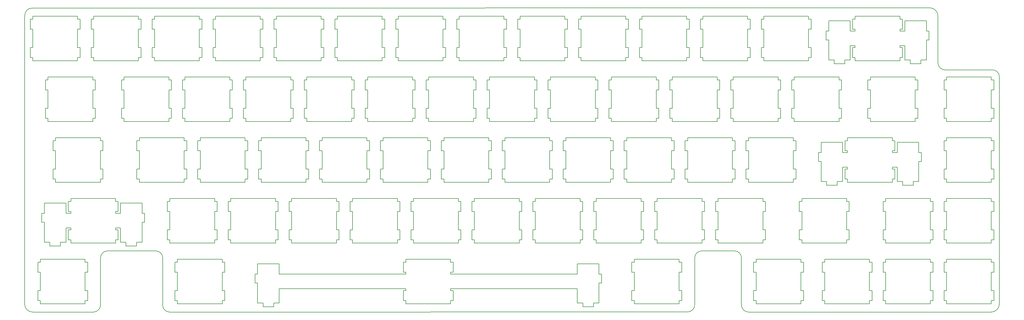
<source format=gbr>
%TF.GenerationSoftware,KiCad,Pcbnew,(6.0.1)*%
%TF.CreationDate,2022-09-05T19:19:42-05:00*%
%TF.ProjectId,Switch Plate,53776974-6368-4205-906c-6174652e6b69,rev?*%
%TF.SameCoordinates,Original*%
%TF.FileFunction,Legend,Top*%
%TF.FilePolarity,Positive*%
%FSLAX46Y46*%
G04 Gerber Fmt 4.6, Leading zero omitted, Abs format (unit mm)*
G04 Created by KiCad (PCBNEW (6.0.1)) date 2022-09-05 19:19:42*
%MOMM*%
%LPD*%
G01*
G04 APERTURE LIST*
%TA.AperFunction,Profile*%
%ADD10C,0.189000*%
%TD*%
%TA.AperFunction,Profile*%
%ADD11C,0.188976*%
%TD*%
G04 APERTURE END LIST*
D10*
X307213000Y-100330000D02*
G75*
G03*
X309750356Y-98041356I8J2550861D01*
G01*
X229130757Y-98041356D02*
G75*
G03*
X231394000Y-100330000I2264022J-24490D01*
G01*
X229130755Y-83309356D02*
G75*
G03*
X226971756Y-81150356I-2158999J1D01*
G01*
X229130756Y-98041356D02*
X229130756Y-83309356D01*
X216684756Y-81150357D02*
G75*
G03*
X214525756Y-83309356I-1J-2158999D01*
G01*
X216684756Y-81150356D02*
X226971756Y-81150356D01*
X212343985Y-100280669D02*
G75*
G03*
X214525755Y-98041356I-56468J2237527D01*
G01*
X214525755Y-98041356D02*
X214525756Y-83309356D01*
D11*
X212343985Y-100280670D02*
X50317400Y-100330000D01*
D10*
X48158398Y-98038712D02*
G75*
G03*
X50317400Y-100330000I2159116J-128360D01*
G01*
X48155755Y-83309356D02*
G75*
G03*
X45996756Y-81150356I-2158999J1D01*
G01*
X48155756Y-83309356D02*
X48158400Y-98038712D01*
X30883756Y-81150357D02*
G75*
G03*
X28724756Y-83309356I-1J-2158999D01*
G01*
X30883756Y-81150356D02*
X45996756Y-81150356D01*
X26543000Y-100324988D02*
G75*
G03*
X28724755Y-98041356I-101878J2281360D01*
G01*
X28724756Y-98041356D02*
X28724756Y-83309356D01*
D11*
X26543000Y-100324989D02*
X7493000Y-100330000D01*
D10*
X5001001Y-98044000D02*
G75*
G03*
X7493000Y-100330000I2491181J214389D01*
G01*
X7493000Y-5001001D02*
G75*
G03*
X5001000Y-7493000I-120154J-2371846D01*
G01*
X290601401Y-22219712D02*
G75*
G03*
X292760400Y-24378712I2158999J-1D01*
G01*
X290598754Y-7490356D02*
G75*
G03*
X288290000Y-4953000I-2594711J-41890D01*
G01*
X290601400Y-22219712D02*
X290598756Y-7490356D01*
X309775755Y-26540356D02*
G75*
G03*
X307616756Y-24381356I-2158999J1D01*
G01*
X307616756Y-24381356D02*
X292760400Y-24378712D01*
D11*
X250126007Y-7526000D02*
X236126007Y-7526000D01*
X250126007Y-7526000D02*
X250126007Y-7526000D01*
X250126007Y-8526000D02*
X250126007Y-7526000D01*
X250126007Y-8526000D02*
X250126007Y-8526000D01*
X250925995Y-8526000D02*
X250126007Y-8526000D01*
X250925995Y-8526000D02*
X250925995Y-8526000D01*
X250925995Y-11626000D02*
X250925995Y-8526000D01*
X250925995Y-11626000D02*
X250925995Y-11626000D01*
X250126007Y-11626000D02*
X250925995Y-11626000D01*
X250126007Y-11626000D02*
X250126007Y-11626000D01*
X250126007Y-17426001D02*
X250126007Y-11626000D01*
X250126007Y-17426001D02*
X250126007Y-17426001D01*
X250925995Y-17426001D02*
X250126007Y-17426001D01*
X250925995Y-17426001D02*
X250925995Y-17426001D01*
X250925995Y-20525999D02*
X250925995Y-17426001D01*
X250925995Y-20525999D02*
X250925995Y-20525999D01*
X250126007Y-20525999D02*
X250925995Y-20525999D01*
X250126007Y-20525999D02*
X250126007Y-20525999D01*
X250126007Y-21525999D02*
X250126007Y-20525999D01*
X250126007Y-21525999D02*
X250126007Y-21525999D01*
X236126007Y-21525999D02*
X250126007Y-21525999D01*
X236126007Y-21525999D02*
X236126007Y-21525999D01*
X236126007Y-20525999D02*
X236126007Y-21525999D01*
X236126007Y-20525999D02*
X236126007Y-20525999D01*
X235326004Y-20525999D02*
X236126007Y-20525999D01*
X235326004Y-20525999D02*
X235326004Y-20525999D01*
X235326004Y-17426001D02*
X235326004Y-20525999D01*
X235326004Y-17426001D02*
X235326004Y-17426001D01*
X236126007Y-17426001D02*
X235326004Y-17426001D01*
X236126007Y-17426001D02*
X236126007Y-17426001D01*
X236126007Y-11626000D02*
X236126007Y-17426001D01*
X236126007Y-11626000D02*
X236126007Y-11626000D01*
X235326004Y-11626000D02*
X236126007Y-11626000D01*
X235326004Y-11626000D02*
X235326004Y-11626000D01*
X235326004Y-8526000D02*
X235326004Y-11626000D01*
X235326004Y-8526000D02*
X235326004Y-8526000D01*
X236126007Y-8526000D02*
X235326004Y-8526000D01*
X236126007Y-8526000D02*
X236126007Y-8526000D01*
X236126007Y-7526000D02*
X236126007Y-8526000D01*
X231076004Y-7526000D02*
X217076004Y-7526000D01*
X231076004Y-7526000D02*
X231076004Y-7526000D01*
X231076004Y-8526000D02*
X231076004Y-7526000D01*
X231076004Y-8526000D02*
X231076004Y-8526000D01*
X231876007Y-8526000D02*
X231076004Y-8526000D01*
X231876007Y-8526000D02*
X231876007Y-8526000D01*
X231876007Y-11626000D02*
X231876007Y-8526000D01*
X231876007Y-11626000D02*
X231876007Y-11626000D01*
X231076004Y-11626000D02*
X231876007Y-11626000D01*
X231076004Y-11626000D02*
X231076004Y-11626000D01*
X231076004Y-17426001D02*
X231076004Y-11626000D01*
X231076004Y-17426001D02*
X231076004Y-17426001D01*
X231876007Y-17426001D02*
X231076004Y-17426001D01*
X231876007Y-17426001D02*
X231876007Y-17426001D01*
X231876007Y-20525999D02*
X231876007Y-17426001D01*
X231876007Y-20525999D02*
X231876007Y-20525999D01*
X231076004Y-20525999D02*
X231876007Y-20525999D01*
X231076004Y-20525999D02*
X231076004Y-20525999D01*
X231076004Y-21525999D02*
X231076004Y-20525999D01*
X231076004Y-21525999D02*
X231076004Y-21525999D01*
X217076004Y-21525999D02*
X231076004Y-21525999D01*
X217076004Y-21525999D02*
X217076004Y-21525999D01*
X217076004Y-20525999D02*
X217076004Y-21525999D01*
X217076004Y-20525999D02*
X217076004Y-20525999D01*
X216276001Y-20525999D02*
X217076004Y-20525999D01*
X216276001Y-20525999D02*
X216276001Y-20525999D01*
X216276001Y-17426001D02*
X216276001Y-20525999D01*
X216276001Y-17426001D02*
X216276001Y-17426001D01*
X217076004Y-17426001D02*
X216276001Y-17426001D01*
X217076004Y-17426001D02*
X217076004Y-17426001D01*
X217076004Y-11626000D02*
X217076004Y-17426001D01*
X217076004Y-11626000D02*
X217076004Y-11626000D01*
X216276001Y-11626000D02*
X217076004Y-11626000D01*
X216276001Y-11626000D02*
X216276001Y-11626000D01*
X216276001Y-8526000D02*
X216276001Y-11626000D01*
X216276001Y-8526000D02*
X216276001Y-8526000D01*
X217076004Y-8526000D02*
X216276001Y-8526000D01*
X217076004Y-8526000D02*
X217076004Y-8526000D01*
X217076004Y-7526000D02*
X217076004Y-8526000D01*
X212026001Y-7526000D02*
X198026001Y-7526000D01*
X212026001Y-7526000D02*
X212026001Y-7526000D01*
X212026001Y-8526000D02*
X212026001Y-7526000D01*
X212026001Y-8526000D02*
X212026001Y-8526000D01*
X212826004Y-8526000D02*
X212026001Y-8526000D01*
X212826004Y-8526000D02*
X212826004Y-8526000D01*
X212826004Y-11626000D02*
X212826004Y-8526000D01*
X212826004Y-11626000D02*
X212826004Y-11626000D01*
X212026001Y-11626000D02*
X212826004Y-11626000D01*
X212026001Y-11626000D02*
X212026001Y-11626000D01*
X212026001Y-17426001D02*
X212026001Y-11626000D01*
X212026001Y-17426001D02*
X212026001Y-17426001D01*
X212826004Y-17426001D02*
X212026001Y-17426001D01*
X212826004Y-17426001D02*
X212826004Y-17426001D01*
X212826004Y-20525999D02*
X212826004Y-17426001D01*
X212826004Y-20525999D02*
X212826004Y-20525999D01*
X212026001Y-20525999D02*
X212826004Y-20525999D01*
X212026001Y-20525999D02*
X212026001Y-20525999D01*
X212026001Y-21525999D02*
X212026001Y-20525999D01*
X212026001Y-21525999D02*
X212026001Y-21525999D01*
X198026001Y-21525999D02*
X212026001Y-21525999D01*
X198026001Y-21525999D02*
X198026001Y-21525999D01*
X198026001Y-20525999D02*
X198026001Y-21525999D01*
X198026001Y-20525999D02*
X198026001Y-20525999D01*
X197225998Y-20525999D02*
X198026001Y-20525999D01*
X197225998Y-20525999D02*
X197225998Y-20525999D01*
X197225998Y-17426001D02*
X197225998Y-20525999D01*
X197225998Y-17426001D02*
X197225998Y-17426001D01*
X198026001Y-17426001D02*
X197225998Y-17426001D01*
X198026001Y-17426001D02*
X198026001Y-17426001D01*
X198026001Y-11626000D02*
X198026001Y-17426001D01*
X198026001Y-11626000D02*
X198026001Y-11626000D01*
X197225998Y-11626000D02*
X198026001Y-11626000D01*
X197225998Y-11626000D02*
X197225998Y-11626000D01*
X197225998Y-8526000D02*
X197225998Y-11626000D01*
X197225998Y-8526000D02*
X197225998Y-8526000D01*
X198026001Y-8526000D02*
X197225998Y-8526000D01*
X198026001Y-8526000D02*
X198026001Y-8526000D01*
X198026001Y-7526000D02*
X198026001Y-8526000D01*
X192975998Y-7526000D02*
X178975998Y-7526000D01*
X192975998Y-7526000D02*
X192975998Y-7526000D01*
X192975998Y-8526000D02*
X192975998Y-7526000D01*
X192975998Y-8526000D02*
X192975998Y-8526000D01*
X193776001Y-8526000D02*
X192975998Y-8526000D01*
X193776001Y-8526000D02*
X193776001Y-8526000D01*
X193776001Y-11626000D02*
X193776001Y-8526000D01*
X193776001Y-11626000D02*
X193776001Y-11626000D01*
X192975998Y-11626000D02*
X193776001Y-11626000D01*
X192975998Y-11626000D02*
X192975998Y-11626000D01*
X192975998Y-17426001D02*
X192975998Y-11626000D01*
X192975998Y-17426001D02*
X192975998Y-17426001D01*
X193776001Y-17426001D02*
X192975998Y-17426001D01*
X193776001Y-17426001D02*
X193776001Y-17426001D01*
X193776001Y-20525999D02*
X193776001Y-17426001D01*
X193776001Y-20525999D02*
X193776001Y-20525999D01*
X192975998Y-20525999D02*
X193776001Y-20525999D01*
X192975998Y-20525999D02*
X192975998Y-20525999D01*
X192975998Y-21525999D02*
X192975998Y-20525999D01*
X192975998Y-21525999D02*
X192975998Y-21525999D01*
X178975998Y-21525999D02*
X192975998Y-21525999D01*
X178975998Y-21525999D02*
X178975998Y-21525999D01*
X178975998Y-20525999D02*
X178975998Y-21525999D01*
X178975998Y-20525999D02*
X178975998Y-20525999D01*
X178175995Y-20525999D02*
X178975998Y-20525999D01*
X178175995Y-20525999D02*
X178175995Y-20525999D01*
X178175995Y-17426001D02*
X178175995Y-20525999D01*
X178175995Y-17426001D02*
X178175995Y-17426001D01*
X178975998Y-17426001D02*
X178175995Y-17426001D01*
X178975998Y-17426001D02*
X178975998Y-17426001D01*
X178975998Y-11626000D02*
X178975998Y-17426001D01*
X178975998Y-11626000D02*
X178975998Y-11626000D01*
X178175995Y-11626000D02*
X178975998Y-11626000D01*
X178175995Y-11626000D02*
X178175995Y-11626000D01*
X178175995Y-8526000D02*
X178175995Y-11626000D01*
X178175995Y-8526000D02*
X178175995Y-8526000D01*
X178975998Y-8526000D02*
X178175995Y-8526000D01*
X178975998Y-8526000D02*
X178975998Y-8526000D01*
X178975998Y-7526000D02*
X178975998Y-8526000D01*
X173925995Y-7526000D02*
X159925995Y-7526000D01*
X173925995Y-7526000D02*
X173925995Y-7526000D01*
X173925995Y-8526000D02*
X173925995Y-7526000D01*
X173925995Y-8526000D02*
X173925995Y-8526000D01*
X174725998Y-8526000D02*
X173925995Y-8526000D01*
X174725998Y-8526000D02*
X174725998Y-8526000D01*
X174725998Y-11626000D02*
X174725998Y-8526000D01*
X174725998Y-11626000D02*
X174725998Y-11626000D01*
X173925995Y-11626000D02*
X174725998Y-11626000D01*
X173925995Y-11626000D02*
X173925995Y-11626000D01*
X173925995Y-17426001D02*
X173925995Y-11626000D01*
X173925995Y-17426001D02*
X173925995Y-17426001D01*
X174725998Y-17426001D02*
X173925995Y-17426001D01*
X174725998Y-17426001D02*
X174725998Y-17426001D01*
X174725998Y-20525999D02*
X174725998Y-17426001D01*
X174725998Y-20525999D02*
X174725998Y-20525999D01*
X173925995Y-20525999D02*
X174725998Y-20525999D01*
X173925995Y-20525999D02*
X173925995Y-20525999D01*
X173925995Y-21525999D02*
X173925995Y-20525999D01*
X173925995Y-21525999D02*
X173925995Y-21525999D01*
X159925995Y-21525999D02*
X173925995Y-21525999D01*
X159925995Y-21525999D02*
X159925995Y-21525999D01*
X159925995Y-20525999D02*
X159925995Y-21525999D01*
X159925995Y-20525999D02*
X159925995Y-20525999D01*
X159126007Y-20525999D02*
X159925995Y-20525999D01*
X159126007Y-20525999D02*
X159126007Y-20525999D01*
X159126007Y-17426001D02*
X159126007Y-20525999D01*
X159126007Y-17426001D02*
X159126007Y-17426001D01*
X159925995Y-17426001D02*
X159126007Y-17426001D01*
X159925995Y-17426001D02*
X159925995Y-17426001D01*
X159925995Y-11626000D02*
X159925995Y-17426001D01*
X159925995Y-11626000D02*
X159925995Y-11626000D01*
X159126007Y-11626000D02*
X159925995Y-11626000D01*
X159126007Y-11626000D02*
X159126007Y-11626000D01*
X159126007Y-8526000D02*
X159126007Y-11626000D01*
X159126007Y-8526000D02*
X159126007Y-8526000D01*
X159925995Y-8526000D02*
X159126007Y-8526000D01*
X159925995Y-8526000D02*
X159925995Y-8526000D01*
X159925995Y-7526000D02*
X159925995Y-8526000D01*
X154876007Y-7526000D02*
X140876007Y-7526000D01*
X154876007Y-7526000D02*
X154876007Y-7526000D01*
X154876007Y-8526000D02*
X154876007Y-7526000D01*
X154876007Y-8526000D02*
X154876007Y-8526000D01*
X155675995Y-8526000D02*
X154876007Y-8526000D01*
X155675995Y-8526000D02*
X155675995Y-8526000D01*
X155675995Y-11626000D02*
X155675995Y-8526000D01*
X155675995Y-11626000D02*
X155675995Y-11626000D01*
X154876007Y-11626000D02*
X155675995Y-11626000D01*
X154876007Y-11626000D02*
X154876007Y-11626000D01*
X154876007Y-17426001D02*
X154876007Y-11626000D01*
X154876007Y-17426001D02*
X154876007Y-17426001D01*
X155675995Y-17426001D02*
X154876007Y-17426001D01*
X155675995Y-17426001D02*
X155675995Y-17426001D01*
X155675995Y-20525999D02*
X155675995Y-17426001D01*
X155675995Y-20525999D02*
X155675995Y-20525999D01*
X154876007Y-20525999D02*
X155675995Y-20525999D01*
X154876007Y-20525999D02*
X154876007Y-20525999D01*
X154876007Y-21525999D02*
X154876007Y-20525999D01*
X154876007Y-21525999D02*
X154876007Y-21525999D01*
X140876007Y-21525999D02*
X154876007Y-21525999D01*
X140876007Y-21525999D02*
X140876007Y-21525999D01*
X140876007Y-20525999D02*
X140876007Y-21525999D01*
X140876007Y-20525999D02*
X140876007Y-20525999D01*
X140076004Y-20525999D02*
X140876007Y-20525999D01*
X140076004Y-20525999D02*
X140076004Y-20525999D01*
X140076004Y-17426001D02*
X140076004Y-20525999D01*
X140076004Y-17426001D02*
X140076004Y-17426001D01*
X140876007Y-17426001D02*
X140076004Y-17426001D01*
X140876007Y-17426001D02*
X140876007Y-17426001D01*
X140876007Y-11626000D02*
X140876007Y-17426001D01*
X140876007Y-11626000D02*
X140876007Y-11626000D01*
X140076004Y-11626000D02*
X140876007Y-11626000D01*
X140076004Y-11626000D02*
X140076004Y-11626000D01*
X140076004Y-8526000D02*
X140076004Y-11626000D01*
X140076004Y-8526000D02*
X140076004Y-8526000D01*
X140876007Y-8526000D02*
X140076004Y-8526000D01*
X140876007Y-8526000D02*
X140876007Y-8526000D01*
X140876007Y-7526000D02*
X140876007Y-8526000D01*
X135826004Y-7526000D02*
X121824997Y-7526000D01*
X135826004Y-7526000D02*
X135826004Y-7526000D01*
X135826004Y-8526000D02*
X135826004Y-7526000D01*
X135826004Y-8526000D02*
X135826004Y-8526000D01*
X136626007Y-8526000D02*
X135826004Y-8526000D01*
X136626007Y-8526000D02*
X136626007Y-8526000D01*
X136626007Y-11626000D02*
X136626007Y-8526000D01*
X136626007Y-11626000D02*
X136626007Y-11626000D01*
X135826004Y-11626000D02*
X136626007Y-11626000D01*
X135826004Y-11626000D02*
X135826004Y-11626000D01*
X135826004Y-17426001D02*
X135826004Y-11626000D01*
X135826004Y-17426001D02*
X135826004Y-17426001D01*
X136626007Y-17426001D02*
X135826004Y-17426001D01*
X136626007Y-17426001D02*
X136626007Y-17426001D01*
X136626007Y-20525999D02*
X136626007Y-17426001D01*
X136626007Y-20525999D02*
X136626007Y-20525999D01*
X135826004Y-20525999D02*
X136626007Y-20525999D01*
X135826004Y-20525999D02*
X135826004Y-20525999D01*
X135826004Y-21525999D02*
X135826004Y-20525999D01*
X135826004Y-21525999D02*
X135826004Y-21525999D01*
X121824997Y-21525999D02*
X135826004Y-21525999D01*
X121824997Y-21525999D02*
X121824997Y-21525999D01*
X121824997Y-20525999D02*
X121824997Y-21525999D01*
X121824997Y-20525999D02*
X121824997Y-20525999D01*
X121025002Y-20525999D02*
X121824997Y-20525999D01*
X121025002Y-20525999D02*
X121025002Y-20525999D01*
X121025002Y-17426001D02*
X121025002Y-20525999D01*
X121025002Y-17426001D02*
X121025002Y-17426001D01*
X121824997Y-17426001D02*
X121025002Y-17426001D01*
X121824997Y-17426001D02*
X121824997Y-17426001D01*
X121824997Y-11626000D02*
X121824997Y-17426001D01*
X121824997Y-11626000D02*
X121824997Y-11626000D01*
X121025002Y-11626000D02*
X121824997Y-11626000D01*
X121025002Y-11626000D02*
X121025002Y-11626000D01*
X121025002Y-8526000D02*
X121025002Y-11626000D01*
X121025002Y-8526000D02*
X121025002Y-8526000D01*
X121824997Y-8526000D02*
X121025002Y-8526000D01*
X121824997Y-8526000D02*
X121824997Y-8526000D01*
X121824997Y-7526000D02*
X121824997Y-8526000D01*
X116775002Y-7526000D02*
X102775002Y-7526000D01*
X116775002Y-7526000D02*
X116775002Y-7526000D01*
X116775002Y-8526000D02*
X116775002Y-7526000D01*
X116775002Y-8526000D02*
X116775002Y-8526000D01*
X117574997Y-8526000D02*
X116775002Y-8526000D01*
X117574997Y-8526000D02*
X117574997Y-8526000D01*
X117574997Y-11626000D02*
X117574997Y-8526000D01*
X117574997Y-11626000D02*
X117574997Y-11626000D01*
X116775002Y-11626000D02*
X117574997Y-11626000D01*
X116775002Y-11626000D02*
X116775002Y-11626000D01*
X116775002Y-17426001D02*
X116775002Y-11626000D01*
X116775002Y-17426001D02*
X116775002Y-17426001D01*
X117574997Y-17426001D02*
X116775002Y-17426001D01*
X117574997Y-17426001D02*
X117574997Y-17426001D01*
X117574997Y-20525999D02*
X117574997Y-17426001D01*
X117574997Y-20525999D02*
X117574997Y-20525999D01*
X116775002Y-20525999D02*
X117574997Y-20525999D01*
X116775002Y-20525999D02*
X116775002Y-20525999D01*
X116775002Y-21525999D02*
X116775002Y-20525999D01*
X116775002Y-21525999D02*
X116775002Y-21525999D01*
X102775002Y-21525999D02*
X116775002Y-21525999D01*
X102775002Y-21525999D02*
X102775002Y-21525999D01*
X102775002Y-20525999D02*
X102775002Y-21525999D01*
X102775002Y-20525999D02*
X102775002Y-20525999D01*
X101975998Y-20525999D02*
X102775002Y-20525999D01*
X101975998Y-20525999D02*
X101975998Y-20525999D01*
X101975998Y-17426001D02*
X101975998Y-20525999D01*
X101975998Y-17426001D02*
X101975998Y-17426001D01*
X102775002Y-17426001D02*
X101975998Y-17426001D01*
X102775002Y-17426001D02*
X102775002Y-17426001D01*
X102775002Y-11626000D02*
X102775002Y-17426001D01*
X102775002Y-11626000D02*
X102775002Y-11626000D01*
X101975998Y-11626000D02*
X102775002Y-11626000D01*
X101975998Y-11626000D02*
X101975998Y-11626000D01*
X101975998Y-8526000D02*
X101975998Y-11626000D01*
X101975998Y-8526000D02*
X101975998Y-8526000D01*
X102775002Y-8526000D02*
X101975998Y-8526000D01*
X102775002Y-8526000D02*
X102775002Y-8526000D01*
X102775002Y-7526000D02*
X102775002Y-8526000D01*
X97725998Y-7526000D02*
X83725998Y-7526000D01*
X97725998Y-7526000D02*
X97725998Y-7526000D01*
X97725998Y-8526000D02*
X97725998Y-7526000D01*
X97725998Y-8526000D02*
X97725998Y-8526000D01*
X98525002Y-8526000D02*
X97725998Y-8526000D01*
X98525002Y-8526000D02*
X98525002Y-8526000D01*
X98525002Y-11626000D02*
X98525002Y-8526000D01*
X98525002Y-11626000D02*
X98525002Y-11626000D01*
X97725998Y-11626000D02*
X98525002Y-11626000D01*
X97725998Y-11626000D02*
X97725998Y-11626000D01*
X97725998Y-17426001D02*
X97725998Y-11626000D01*
X97725998Y-17426001D02*
X97725998Y-17426001D01*
X98525002Y-17426001D02*
X97725998Y-17426001D01*
X98525002Y-17426001D02*
X98525002Y-17426001D01*
X98525002Y-20525999D02*
X98525002Y-17426001D01*
X98525002Y-20525999D02*
X98525002Y-20525999D01*
X97725998Y-20525999D02*
X98525002Y-20525999D01*
X97725998Y-20525999D02*
X97725998Y-20525999D01*
X97725998Y-21525999D02*
X97725998Y-20525999D01*
X97725998Y-21525999D02*
X97725998Y-21525999D01*
X83725998Y-21525999D02*
X97725998Y-21525999D01*
X83725998Y-21525999D02*
X83725998Y-21525999D01*
X83725998Y-20525999D02*
X83725998Y-21525999D01*
X83725998Y-20525999D02*
X83725998Y-20525999D01*
X82926003Y-20525999D02*
X83725998Y-20525999D01*
X82926003Y-20525999D02*
X82926003Y-20525999D01*
X82926003Y-17426001D02*
X82926003Y-20525999D01*
X82926003Y-17426001D02*
X82926003Y-17426001D01*
X83725998Y-17426001D02*
X82926003Y-17426001D01*
X83725998Y-17426001D02*
X83725998Y-17426001D01*
X83725998Y-11626000D02*
X83725998Y-17426001D01*
X83725998Y-11626000D02*
X83725998Y-11626000D01*
X82926003Y-11626000D02*
X83725998Y-11626000D01*
X82926003Y-11626000D02*
X82926003Y-11626000D01*
X82926003Y-8526000D02*
X82926003Y-11626000D01*
X82926003Y-8526000D02*
X82926003Y-8526000D01*
X83725998Y-8526000D02*
X82926003Y-8526000D01*
X83725998Y-8526000D02*
X83725998Y-8526000D01*
X83725998Y-7526000D02*
X83725998Y-8526000D01*
X78676003Y-7526000D02*
X64676003Y-7526000D01*
X78676003Y-7526000D02*
X78676003Y-7526000D01*
X78676003Y-8526000D02*
X78676003Y-7526000D01*
X78676003Y-8526000D02*
X78676003Y-8526000D01*
X79475998Y-8526000D02*
X78676003Y-8526000D01*
X79475998Y-8526000D02*
X79475998Y-8526000D01*
X79475998Y-11626000D02*
X79475998Y-8526000D01*
X79475998Y-11626000D02*
X79475998Y-11626000D01*
X78676003Y-11626000D02*
X79475998Y-11626000D01*
X78676003Y-11626000D02*
X78676003Y-11626000D01*
X78676003Y-17426001D02*
X78676003Y-11626000D01*
X78676003Y-17426001D02*
X78676003Y-17426001D01*
X79475998Y-17426001D02*
X78676003Y-17426001D01*
X79475998Y-17426001D02*
X79475998Y-17426001D01*
X79475998Y-20525999D02*
X79475998Y-17426001D01*
X79475998Y-20525999D02*
X79475998Y-20525999D01*
X78676003Y-20525999D02*
X79475998Y-20525999D01*
X78676003Y-20525999D02*
X78676003Y-20525999D01*
X78676003Y-21525999D02*
X78676003Y-20525999D01*
X78676003Y-21525999D02*
X78676003Y-21525999D01*
X64676003Y-21525999D02*
X78676003Y-21525999D01*
X64676003Y-21525999D02*
X64676003Y-21525999D01*
X64676003Y-20525999D02*
X64676003Y-21525999D01*
X64676003Y-20525999D02*
X64676003Y-20525999D01*
X63875999Y-20525999D02*
X64676003Y-20525999D01*
X63875999Y-20525999D02*
X63875999Y-20525999D01*
X63875999Y-17426001D02*
X63875999Y-20525999D01*
X63875999Y-17426001D02*
X63875999Y-17426001D01*
X64676003Y-17426001D02*
X63875999Y-17426001D01*
X64676003Y-17426001D02*
X64676003Y-17426001D01*
X64676003Y-11626000D02*
X64676003Y-17426001D01*
X64676003Y-11626000D02*
X64676003Y-11626000D01*
X63875999Y-11626000D02*
X64676003Y-11626000D01*
X63875999Y-11626000D02*
X63875999Y-11626000D01*
X63875999Y-8526000D02*
X63875999Y-11626000D01*
X63875999Y-8526000D02*
X63875999Y-8526000D01*
X64676003Y-8526000D02*
X63875999Y-8526000D01*
X64676003Y-8526000D02*
X64676003Y-8526000D01*
X64676003Y-7526000D02*
X64676003Y-8526000D01*
X59625999Y-7526000D02*
X45625999Y-7526000D01*
X59625999Y-7526000D02*
X59625999Y-7526000D01*
X59625999Y-8526000D02*
X59625999Y-7526000D01*
X59625999Y-8526000D02*
X59625999Y-8526000D01*
X60425999Y-8526000D02*
X59625999Y-8526000D01*
X60425999Y-8526000D02*
X60425999Y-8526000D01*
X60425999Y-11626000D02*
X60425999Y-8526000D01*
X60425999Y-11626000D02*
X60425999Y-11626000D01*
X59625999Y-11626000D02*
X60425999Y-11626000D01*
X59625999Y-11626000D02*
X59625999Y-11626000D01*
X59625999Y-17426001D02*
X59625999Y-11626000D01*
X59625999Y-17426001D02*
X59625999Y-17426001D01*
X60425999Y-17426001D02*
X59625999Y-17426001D01*
X60425999Y-17426001D02*
X60425999Y-17426001D01*
X60425999Y-20525999D02*
X60425999Y-17426001D01*
X60425999Y-20525999D02*
X60425999Y-20525999D01*
X59625999Y-20525999D02*
X60425999Y-20525999D01*
X59625999Y-20525999D02*
X59625999Y-20525999D01*
X59625999Y-21525999D02*
X59625999Y-20525999D01*
X59625999Y-21525999D02*
X59625999Y-21525999D01*
X45625999Y-21525999D02*
X59625999Y-21525999D01*
X45625999Y-21525999D02*
X45625999Y-21525999D01*
X45625999Y-20525999D02*
X45625999Y-21525999D01*
X45625999Y-20525999D02*
X45625999Y-20525999D01*
X44826000Y-20525999D02*
X45625999Y-20525999D01*
X44826000Y-20525999D02*
X44826000Y-20525999D01*
X44826000Y-17426001D02*
X44826000Y-20525999D01*
X44826000Y-17426001D02*
X44826000Y-17426001D01*
X45625999Y-17426001D02*
X44826000Y-17426001D01*
X45625999Y-17426001D02*
X45625999Y-17426001D01*
X45625999Y-11626000D02*
X45625999Y-17426001D01*
X45625999Y-11626000D02*
X45625999Y-11626000D01*
X44826000Y-11626000D02*
X45625999Y-11626000D01*
X44826000Y-11626000D02*
X44826000Y-11626000D01*
X44826000Y-8526000D02*
X44826000Y-11626000D01*
X44826000Y-8526000D02*
X44826000Y-8526000D01*
X45625999Y-8526000D02*
X44826000Y-8526000D01*
X45625999Y-8526000D02*
X45625999Y-8526000D01*
X45625999Y-7526000D02*
X45625999Y-8526000D01*
X40576000Y-7526000D02*
X26576000Y-7526000D01*
X40576000Y-7526000D02*
X40576000Y-7526000D01*
X40576000Y-8526000D02*
X40576000Y-7526000D01*
X40576000Y-8526000D02*
X40576000Y-8526000D01*
X41375999Y-8526000D02*
X40576000Y-8526000D01*
X41375999Y-8526000D02*
X41375999Y-8526000D01*
X41375999Y-11626000D02*
X41375999Y-8526000D01*
X41375999Y-11626000D02*
X41375999Y-11626000D01*
X40576000Y-11626000D02*
X41375999Y-11626000D01*
X40576000Y-11626000D02*
X40576000Y-11626000D01*
X40576000Y-17426001D02*
X40576000Y-11626000D01*
X40576000Y-17426001D02*
X40576000Y-17426001D01*
X41375999Y-17426001D02*
X40576000Y-17426001D01*
X41375999Y-17426001D02*
X41375999Y-17426001D01*
X41375999Y-20525999D02*
X41375999Y-17426001D01*
X41375999Y-20525999D02*
X41375999Y-20525999D01*
X40576000Y-20525999D02*
X41375999Y-20525999D01*
X40576000Y-20525999D02*
X40576000Y-20525999D01*
X40576000Y-21525999D02*
X40576000Y-20525999D01*
X40576000Y-21525999D02*
X40576000Y-21525999D01*
X26576000Y-21525999D02*
X40576000Y-21525999D01*
X26576000Y-21525999D02*
X26576000Y-21525999D01*
X26576000Y-20525999D02*
X26576000Y-21525999D01*
X26576000Y-20525999D02*
X26576000Y-20525999D01*
X25775999Y-20525999D02*
X26576000Y-20525999D01*
X25775999Y-20525999D02*
X25775999Y-20525999D01*
X25775999Y-17426001D02*
X25775999Y-20525999D01*
X25775999Y-17426001D02*
X25775999Y-17426001D01*
X26576000Y-17426001D02*
X25775999Y-17426001D01*
X26576000Y-17426001D02*
X26576000Y-17426001D01*
X26576000Y-11626000D02*
X26576000Y-17426001D01*
X26576000Y-11626000D02*
X26576000Y-11626000D01*
X25775999Y-11626000D02*
X26576000Y-11626000D01*
X25775999Y-11626000D02*
X25775999Y-11626000D01*
X25775999Y-8526000D02*
X25775999Y-11626000D01*
X25775999Y-8526000D02*
X25775999Y-8526000D01*
X26576000Y-8526000D02*
X25775999Y-8526000D01*
X26576000Y-8526000D02*
X26576000Y-8526000D01*
X26576000Y-7526000D02*
X26576000Y-8526000D01*
X21525999Y-7526000D02*
X7526000Y-7526000D01*
X21525999Y-7526000D02*
X21525999Y-7526000D01*
X21525999Y-8526000D02*
X21525999Y-7526000D01*
X21525999Y-8526000D02*
X21525999Y-8526000D01*
X22326000Y-8526000D02*
X21525999Y-8526000D01*
X22326000Y-8526000D02*
X22326000Y-8526000D01*
X22326000Y-11626000D02*
X22326000Y-8526000D01*
X22326000Y-11626000D02*
X22326000Y-11626000D01*
X21525999Y-11626000D02*
X22326000Y-11626000D01*
X21525999Y-11626000D02*
X21525999Y-11626000D01*
X21525999Y-17426001D02*
X21525999Y-11626000D01*
X21525999Y-17426001D02*
X21525999Y-17426001D01*
X22326000Y-17426001D02*
X21525999Y-17426001D01*
X22326000Y-17426001D02*
X22326000Y-17426001D01*
X22326000Y-20525999D02*
X22326000Y-17426001D01*
X22326000Y-20525999D02*
X22326000Y-20525999D01*
X21525999Y-20525999D02*
X22326000Y-20525999D01*
X21525999Y-20525999D02*
X21525999Y-20525999D01*
X21525999Y-21525999D02*
X21525999Y-20525999D01*
X21525999Y-21525999D02*
X21525999Y-21525999D01*
X7526000Y-21525999D02*
X21525999Y-21525999D01*
X7526000Y-21525999D02*
X7526000Y-21525999D01*
X7526000Y-20525999D02*
X7526000Y-21525999D01*
X7526000Y-20525999D02*
X7526000Y-20525999D01*
X6726000Y-20525999D02*
X7526000Y-20525999D01*
X6726000Y-20525999D02*
X6726000Y-20525999D01*
X6726000Y-17426001D02*
X6726000Y-20525999D01*
X6726000Y-17426001D02*
X6726000Y-17426001D01*
X7526000Y-17426001D02*
X6726000Y-17426001D01*
X7526000Y-17426001D02*
X7526000Y-17426001D01*
X7526000Y-11626000D02*
X7526000Y-17426001D01*
X7526000Y-11626000D02*
X7526000Y-11626000D01*
X6726000Y-11626000D02*
X7526000Y-11626000D01*
X6726000Y-11626000D02*
X6726000Y-11626000D01*
X6726000Y-8526000D02*
X6726000Y-11626000D01*
X6726000Y-8526000D02*
X6726000Y-8526000D01*
X7526000Y-8526000D02*
X6726000Y-8526000D01*
X7526000Y-8526000D02*
X7526000Y-8526000D01*
X7526000Y-7526000D02*
X7526000Y-8526000D01*
X278700989Y-7526000D02*
X264700989Y-7526000D01*
X278700989Y-7526000D02*
X278700989Y-7526000D01*
X278700989Y-8526000D02*
X278700989Y-7526000D01*
X278700989Y-8526000D02*
X278700989Y-8526000D01*
X279501007Y-8526000D02*
X278700989Y-8526000D01*
X279501007Y-8526000D02*
X279501007Y-8526000D01*
X279501007Y-11626000D02*
X279501007Y-8526000D01*
X279501007Y-11626000D02*
X279501007Y-11626000D01*
X278700989Y-11626000D02*
X279501007Y-11626000D01*
X278700989Y-11626000D02*
X278700989Y-11626000D01*
X278700989Y-12226000D02*
X278700989Y-11626000D01*
X278700989Y-12226000D02*
X278700989Y-12226000D01*
X280226013Y-12226000D02*
X278700989Y-12226000D01*
X280226013Y-12226000D02*
X280226013Y-12226000D01*
X280226013Y-8996000D02*
X280226013Y-12226000D01*
X280226013Y-8996000D02*
X280226013Y-8996000D01*
X286976013Y-8996000D02*
X280226013Y-8996000D01*
X286976013Y-8996000D02*
X286976013Y-8996000D01*
X286976013Y-12226000D02*
X286976013Y-8996000D01*
X286976013Y-12226000D02*
X286976013Y-12226000D01*
X287800995Y-12226000D02*
X286976013Y-12226000D01*
X287800995Y-12226000D02*
X287800995Y-12226000D01*
X287800995Y-15026000D02*
X287800995Y-12226000D01*
X287800995Y-15026000D02*
X287800995Y-15026000D01*
X286976013Y-15026000D02*
X287800995Y-15026000D01*
X286976013Y-15026000D02*
X286976013Y-15026000D01*
X286976013Y-21296000D02*
X286976013Y-15026000D01*
X286976013Y-21296000D02*
X286976013Y-21296000D01*
X285251007Y-21296000D02*
X286976013Y-21296000D01*
X285251007Y-21296000D02*
X285251007Y-21296000D01*
X285251007Y-22496000D02*
X285251007Y-21296000D01*
X285251007Y-22496000D02*
X285251007Y-22496000D01*
X281950989Y-22496000D02*
X285251007Y-22496000D01*
X281950989Y-22496000D02*
X281950989Y-22496000D01*
X281950989Y-21296000D02*
X281950989Y-22496000D01*
X281950989Y-21296000D02*
X281950989Y-21296000D01*
X280226013Y-21296000D02*
X281950989Y-21296000D01*
X280226013Y-21296000D02*
X280226013Y-21296000D01*
X280226013Y-16826000D02*
X280226013Y-21296000D01*
X280226013Y-16826000D02*
X280226013Y-16826000D01*
X278700989Y-16826000D02*
X280226013Y-16826000D01*
X278700989Y-16826000D02*
X278700989Y-16826000D01*
X278700989Y-17426001D02*
X278700989Y-16826000D01*
X278700989Y-17426001D02*
X278700989Y-17426001D01*
X279501007Y-17426001D02*
X278700989Y-17426001D01*
X279501007Y-17426001D02*
X279501007Y-17426001D01*
X279501007Y-20525999D02*
X279501007Y-17426001D01*
X279501007Y-20525999D02*
X279501007Y-20525999D01*
X278700989Y-20525999D02*
X279501007Y-20525999D01*
X278700989Y-20525999D02*
X278700989Y-20525999D01*
X278700989Y-21525999D02*
X278700989Y-20525999D01*
X278700989Y-21525999D02*
X278700989Y-21525999D01*
X264700989Y-21525999D02*
X278700989Y-21525999D01*
X264700989Y-21525999D02*
X264700989Y-21525999D01*
X264700989Y-20525999D02*
X264700989Y-21525999D01*
X264700989Y-20525999D02*
X264700989Y-20525999D01*
X263901001Y-20525999D02*
X264700989Y-20525999D01*
X263901001Y-20525999D02*
X263901001Y-20525999D01*
X263901001Y-17426001D02*
X263901001Y-20525999D01*
X263901001Y-17426001D02*
X263901001Y-17426001D01*
X264700989Y-17426001D02*
X263901001Y-17426001D01*
X264700989Y-17426001D02*
X264700989Y-17426001D01*
X264700989Y-16826000D02*
X264700989Y-17426001D01*
X264700989Y-16826000D02*
X264700989Y-16826000D01*
X263175995Y-16826000D02*
X264700989Y-16826000D01*
X263175995Y-16826000D02*
X263175995Y-16826000D01*
X263175995Y-21296000D02*
X263175995Y-16826000D01*
X263175995Y-21296000D02*
X263175995Y-21296000D01*
X261450989Y-21296000D02*
X263175995Y-21296000D01*
X261450989Y-21296000D02*
X261450989Y-21296000D01*
X261450989Y-22496000D02*
X261450989Y-21296000D01*
X261450989Y-22496000D02*
X261450989Y-22496000D01*
X258149994Y-22496000D02*
X261450989Y-22496000D01*
X258149994Y-22496000D02*
X258149994Y-22496000D01*
X258149994Y-21296000D02*
X258149994Y-22496000D01*
X258149994Y-21296000D02*
X258149994Y-21296000D01*
X256425995Y-21296000D02*
X258149994Y-21296000D01*
X256425995Y-21296000D02*
X256425995Y-21296000D01*
X256425995Y-15026000D02*
X256425995Y-21296000D01*
X256425995Y-15026000D02*
X256425995Y-15026000D01*
X255600998Y-15026000D02*
X256425995Y-15026000D01*
X255600998Y-15026000D02*
X255600998Y-15026000D01*
X255600998Y-12226000D02*
X255600998Y-15026000D01*
X255600998Y-12226000D02*
X255600998Y-12226000D01*
X256425995Y-12226000D02*
X255600998Y-12226000D01*
X256425995Y-12226000D02*
X256425995Y-12226000D01*
X256425995Y-8996000D02*
X256425995Y-12226000D01*
X256425995Y-8996000D02*
X256425995Y-8996000D01*
X263175995Y-8996000D02*
X256425995Y-8996000D01*
X263175995Y-8996000D02*
X263175995Y-8996000D01*
X263175995Y-12226000D02*
X263175995Y-8996000D01*
X263175995Y-12226000D02*
X263175995Y-12226000D01*
X264700989Y-12226000D02*
X263175995Y-12226000D01*
X264700989Y-12226000D02*
X264700989Y-12226000D01*
X264700989Y-11626000D02*
X264700989Y-12226000D01*
X264700989Y-11626000D02*
X264700989Y-11626000D01*
X263901001Y-11626000D02*
X264700989Y-11626000D01*
X263901001Y-11626000D02*
X263901001Y-11626000D01*
X263901001Y-8526000D02*
X263901001Y-11626000D01*
X263901001Y-8526000D02*
X263901001Y-8526000D01*
X264700989Y-8526000D02*
X263901001Y-8526000D01*
X264700989Y-8526000D02*
X264700989Y-8526000D01*
X264700989Y-7526000D02*
X264700989Y-8526000D01*
X307276001Y-26576000D02*
X293276001Y-26576000D01*
X307276001Y-26576000D02*
X307276001Y-26576000D01*
X307276001Y-27576000D02*
X307276001Y-26576000D01*
X307276001Y-27576000D02*
X307276001Y-27576000D01*
X308075989Y-27576000D02*
X307276001Y-27576000D01*
X308075989Y-27576000D02*
X308075989Y-27576000D01*
X308075989Y-30676001D02*
X308075989Y-27576000D01*
X308075989Y-30676001D02*
X308075989Y-30676001D01*
X307276001Y-30676001D02*
X308075989Y-30676001D01*
X307276001Y-30676001D02*
X307276001Y-30676001D01*
X307276001Y-36476002D02*
X307276001Y-30676001D01*
X307276001Y-36476002D02*
X307276001Y-36476002D01*
X308075989Y-36476002D02*
X307276001Y-36476002D01*
X308075989Y-36476002D02*
X308075989Y-36476002D01*
X308075989Y-39576000D02*
X308075989Y-36476002D01*
X308075989Y-39576000D02*
X308075989Y-39576000D01*
X307276001Y-39576000D02*
X308075989Y-39576000D01*
X307276001Y-39576000D02*
X307276001Y-39576000D01*
X307276001Y-40576000D02*
X307276001Y-39576000D01*
X307276001Y-40576000D02*
X307276001Y-40576000D01*
X293276001Y-40576000D02*
X307276001Y-40576000D01*
X293276001Y-40576000D02*
X293276001Y-40576000D01*
X293276001Y-39576000D02*
X293276001Y-40576000D01*
X293276001Y-39576000D02*
X293276001Y-39576000D01*
X292476013Y-39576000D02*
X293276001Y-39576000D01*
X292476013Y-39576000D02*
X292476013Y-39576000D01*
X292476013Y-36476002D02*
X292476013Y-39576000D01*
X292476013Y-36476002D02*
X292476013Y-36476002D01*
X293276001Y-36476002D02*
X292476013Y-36476002D01*
X293276001Y-36476002D02*
X293276001Y-36476002D01*
X293276001Y-30676001D02*
X293276001Y-36476002D01*
X293276001Y-30676001D02*
X293276001Y-30676001D01*
X292476013Y-30676001D02*
X293276001Y-30676001D01*
X292476013Y-30676001D02*
X292476013Y-30676001D01*
X292476013Y-27576000D02*
X292476013Y-30676001D01*
X292476013Y-27576000D02*
X292476013Y-27576000D01*
X293276001Y-27576000D02*
X292476013Y-27576000D01*
X293276001Y-27576000D02*
X293276001Y-27576000D01*
X293276001Y-26576000D02*
X293276001Y-27576000D01*
X283463013Y-26576000D02*
X269463013Y-26576000D01*
X283463013Y-26576000D02*
X283463013Y-26576000D01*
X283463013Y-27576000D02*
X283463013Y-26576000D01*
X283463013Y-27576000D02*
X283463013Y-27576000D01*
X284263000Y-27576000D02*
X283463013Y-27576000D01*
X284263000Y-27576000D02*
X284263000Y-27576000D01*
X284263000Y-30676001D02*
X284263000Y-27576000D01*
X284263000Y-30676001D02*
X284263000Y-30676001D01*
X283463013Y-30676001D02*
X284263000Y-30676001D01*
X283463013Y-30676001D02*
X283463013Y-30676001D01*
X283463013Y-36476002D02*
X283463013Y-30676001D01*
X283463013Y-36476002D02*
X283463013Y-36476002D01*
X284263000Y-36476002D02*
X283463013Y-36476002D01*
X284263000Y-36476002D02*
X284263000Y-36476002D01*
X284263000Y-39576000D02*
X284263000Y-36476002D01*
X284263000Y-39576000D02*
X284263000Y-39576000D01*
X283463013Y-39576000D02*
X284263000Y-39576000D01*
X283463013Y-39576000D02*
X283463013Y-39576000D01*
X283463013Y-40576000D02*
X283463013Y-39576000D01*
X283463013Y-40576000D02*
X283463013Y-40576000D01*
X269463013Y-40576000D02*
X283463013Y-40576000D01*
X269463013Y-40576000D02*
X269463013Y-40576000D01*
X269463013Y-39576000D02*
X269463013Y-40576000D01*
X269463013Y-39576000D02*
X269463013Y-39576000D01*
X268662994Y-39576000D02*
X269463013Y-39576000D01*
X268662994Y-39576000D02*
X268662994Y-39576000D01*
X268662994Y-36476002D02*
X268662994Y-39576000D01*
X268662994Y-36476002D02*
X268662994Y-36476002D01*
X269463013Y-36476002D02*
X268662994Y-36476002D01*
X269463013Y-36476002D02*
X269463013Y-36476002D01*
X269463013Y-30676001D02*
X269463013Y-36476002D01*
X269463013Y-30676001D02*
X269463013Y-30676001D01*
X268662994Y-30676001D02*
X269463013Y-30676001D01*
X268662994Y-30676001D02*
X268662994Y-30676001D01*
X268662994Y-27576000D02*
X268662994Y-30676001D01*
X268662994Y-27576000D02*
X268662994Y-27576000D01*
X269463013Y-27576000D02*
X268662994Y-27576000D01*
X269463013Y-27576000D02*
X269463013Y-27576000D01*
X269463013Y-26576000D02*
X269463013Y-27576000D01*
X259649994Y-26576000D02*
X245651001Y-26576000D01*
X259649994Y-26576000D02*
X259649994Y-26576000D01*
X259649994Y-27576000D02*
X259649994Y-26576000D01*
X259649994Y-27576000D02*
X259649994Y-27576000D01*
X260450989Y-27576000D02*
X259649994Y-27576000D01*
X260450989Y-27576000D02*
X260450989Y-27576000D01*
X260450989Y-30676001D02*
X260450989Y-27576000D01*
X260450989Y-30676001D02*
X260450989Y-30676001D01*
X259649994Y-30676001D02*
X260450989Y-30676001D01*
X259649994Y-30676001D02*
X259649994Y-30676001D01*
X259649994Y-36476002D02*
X259649994Y-30676001D01*
X259649994Y-36476002D02*
X259649994Y-36476002D01*
X260450989Y-36476002D02*
X259649994Y-36476002D01*
X260450989Y-36476002D02*
X260450989Y-36476002D01*
X260450989Y-39576000D02*
X260450989Y-36476002D01*
X260450989Y-39576000D02*
X260450989Y-39576000D01*
X259649994Y-39576000D02*
X260450989Y-39576000D01*
X259649994Y-39576000D02*
X259649994Y-39576000D01*
X259649994Y-40576000D02*
X259649994Y-39576000D01*
X259649994Y-40576000D02*
X259649994Y-40576000D01*
X245651001Y-40576000D02*
X259649994Y-40576000D01*
X245651001Y-40576000D02*
X245651001Y-40576000D01*
X245651001Y-39576000D02*
X245651001Y-40576000D01*
X245651001Y-39576000D02*
X245651001Y-39576000D01*
X244850998Y-39576000D02*
X245651001Y-39576000D01*
X244850998Y-39576000D02*
X244850998Y-39576000D01*
X244850998Y-36476002D02*
X244850998Y-39576000D01*
X244850998Y-36476002D02*
X244850998Y-36476002D01*
X245651001Y-36476002D02*
X244850998Y-36476002D01*
X245651001Y-36476002D02*
X245651001Y-36476002D01*
X245651001Y-30676001D02*
X245651001Y-36476002D01*
X245651001Y-30676001D02*
X245651001Y-30676001D01*
X244850998Y-30676001D02*
X245651001Y-30676001D01*
X244850998Y-30676001D02*
X244850998Y-30676001D01*
X244850998Y-27576000D02*
X244850998Y-30676001D01*
X244850998Y-27576000D02*
X244850998Y-27576000D01*
X245651001Y-27576000D02*
X244850998Y-27576000D01*
X245651001Y-27576000D02*
X245651001Y-27576000D01*
X245651001Y-26576000D02*
X245651001Y-27576000D01*
X240600998Y-26576000D02*
X226600998Y-26576000D01*
X240600998Y-26576000D02*
X240600998Y-26576000D01*
X240600998Y-27576000D02*
X240600998Y-26576000D01*
X240600998Y-27576000D02*
X240600998Y-27576000D01*
X241401001Y-27576000D02*
X240600998Y-27576000D01*
X241401001Y-27576000D02*
X241401001Y-27576000D01*
X241401001Y-30676001D02*
X241401001Y-27576000D01*
X241401001Y-30676001D02*
X241401001Y-30676001D01*
X240600998Y-30676001D02*
X241401001Y-30676001D01*
X240600998Y-30676001D02*
X240600998Y-30676001D01*
X240600998Y-36476002D02*
X240600998Y-30676001D01*
X240600998Y-36476002D02*
X240600998Y-36476002D01*
X241401001Y-36476002D02*
X240600998Y-36476002D01*
X241401001Y-36476002D02*
X241401001Y-36476002D01*
X241401001Y-39576000D02*
X241401001Y-36476002D01*
X241401001Y-39576000D02*
X241401001Y-39576000D01*
X240600998Y-39576000D02*
X241401001Y-39576000D01*
X240600998Y-39576000D02*
X240600998Y-39576000D01*
X240600998Y-40576000D02*
X240600998Y-39576000D01*
X240600998Y-40576000D02*
X240600998Y-40576000D01*
X226600998Y-40576000D02*
X240600998Y-40576000D01*
X226600998Y-40576000D02*
X226600998Y-40576000D01*
X226600998Y-39576000D02*
X226600998Y-40576000D01*
X226600998Y-39576000D02*
X226600998Y-39576000D01*
X225800995Y-39576000D02*
X226600998Y-39576000D01*
X225800995Y-39576000D02*
X225800995Y-39576000D01*
X225800995Y-36476002D02*
X225800995Y-39576000D01*
X225800995Y-36476002D02*
X225800995Y-36476002D01*
X226600998Y-36476002D02*
X225800995Y-36476002D01*
X226600998Y-36476002D02*
X226600998Y-36476002D01*
X226600998Y-30676001D02*
X226600998Y-36476002D01*
X226600998Y-30676001D02*
X226600998Y-30676001D01*
X225800995Y-30676001D02*
X226600998Y-30676001D01*
X225800995Y-30676001D02*
X225800995Y-30676001D01*
X225800995Y-27576000D02*
X225800995Y-30676001D01*
X225800995Y-27576000D02*
X225800995Y-27576000D01*
X226600998Y-27576000D02*
X225800995Y-27576000D01*
X226600998Y-27576000D02*
X226600998Y-27576000D01*
X226600998Y-26576000D02*
X226600998Y-27576000D01*
X221550995Y-26576000D02*
X207550995Y-26576000D01*
X221550995Y-26576000D02*
X221550995Y-26576000D01*
X221550995Y-27576000D02*
X221550995Y-26576000D01*
X221550995Y-27576000D02*
X221550995Y-27576000D01*
X222350998Y-27576000D02*
X221550995Y-27576000D01*
X222350998Y-27576000D02*
X222350998Y-27576000D01*
X222350998Y-30676001D02*
X222350998Y-27576000D01*
X222350998Y-30676001D02*
X222350998Y-30676001D01*
X221550995Y-30676001D02*
X222350998Y-30676001D01*
X221550995Y-30676001D02*
X221550995Y-30676001D01*
X221550995Y-36476002D02*
X221550995Y-30676001D01*
X221550995Y-36476002D02*
X221550995Y-36476002D01*
X222350998Y-36476002D02*
X221550995Y-36476002D01*
X222350998Y-36476002D02*
X222350998Y-36476002D01*
X222350998Y-39576000D02*
X222350998Y-36476002D01*
X222350998Y-39576000D02*
X222350998Y-39576000D01*
X221550995Y-39576000D02*
X222350998Y-39576000D01*
X221550995Y-39576000D02*
X221550995Y-39576000D01*
X221550995Y-40576000D02*
X221550995Y-39576000D01*
X221550995Y-40576000D02*
X221550995Y-40576000D01*
X207550995Y-40576000D02*
X221550995Y-40576000D01*
X207550995Y-40576000D02*
X207550995Y-40576000D01*
X207550995Y-39576000D02*
X207550995Y-40576000D01*
X207550995Y-39576000D02*
X207550995Y-39576000D01*
X206751007Y-39576000D02*
X207550995Y-39576000D01*
X206751007Y-39576000D02*
X206751007Y-39576000D01*
X206751007Y-36476002D02*
X206751007Y-39576000D01*
X206751007Y-36476002D02*
X206751007Y-36476002D01*
X207550995Y-36476002D02*
X206751007Y-36476002D01*
X207550995Y-36476002D02*
X207550995Y-36476002D01*
X207550995Y-30676001D02*
X207550995Y-36476002D01*
X207550995Y-30676001D02*
X207550995Y-30676001D01*
X206751007Y-30676001D02*
X207550995Y-30676001D01*
X206751007Y-30676001D02*
X206751007Y-30676001D01*
X206751007Y-27576000D02*
X206751007Y-30676001D01*
X206751007Y-27576000D02*
X206751007Y-27576000D01*
X207550995Y-27576000D02*
X206751007Y-27576000D01*
X207550995Y-27576000D02*
X207550995Y-27576000D01*
X207550995Y-26576000D02*
X207550995Y-27576000D01*
X202501007Y-26576000D02*
X188501007Y-26576000D01*
X202501007Y-26576000D02*
X202501007Y-26576000D01*
X202501007Y-27576000D02*
X202501007Y-26576000D01*
X202501007Y-27576000D02*
X202501007Y-27576000D01*
X203300995Y-27576000D02*
X202501007Y-27576000D01*
X203300995Y-27576000D02*
X203300995Y-27576000D01*
X203300995Y-30676001D02*
X203300995Y-27576000D01*
X203300995Y-30676001D02*
X203300995Y-30676001D01*
X202501007Y-30676001D02*
X203300995Y-30676001D01*
X202501007Y-30676001D02*
X202501007Y-30676001D01*
X202501007Y-36476002D02*
X202501007Y-30676001D01*
X202501007Y-36476002D02*
X202501007Y-36476002D01*
X203300995Y-36476002D02*
X202501007Y-36476002D01*
X203300995Y-36476002D02*
X203300995Y-36476002D01*
X203300995Y-39576000D02*
X203300995Y-36476002D01*
X203300995Y-39576000D02*
X203300995Y-39576000D01*
X202501007Y-39576000D02*
X203300995Y-39576000D01*
X202501007Y-39576000D02*
X202501007Y-39576000D01*
X202501007Y-40576000D02*
X202501007Y-39576000D01*
X202501007Y-40576000D02*
X202501007Y-40576000D01*
X188501007Y-40576000D02*
X202501007Y-40576000D01*
X188501007Y-40576000D02*
X188501007Y-40576000D01*
X188501007Y-39576000D02*
X188501007Y-40576000D01*
X188501007Y-39576000D02*
X188501007Y-39576000D01*
X187701004Y-39576000D02*
X188501007Y-39576000D01*
X187701004Y-39576000D02*
X187701004Y-39576000D01*
X187701004Y-36476002D02*
X187701004Y-39576000D01*
X187701004Y-36476002D02*
X187701004Y-36476002D01*
X188501007Y-36476002D02*
X187701004Y-36476002D01*
X188501007Y-36476002D02*
X188501007Y-36476002D01*
X188501007Y-30676001D02*
X188501007Y-36476002D01*
X188501007Y-30676001D02*
X188501007Y-30676001D01*
X187701004Y-30676001D02*
X188501007Y-30676001D01*
X187701004Y-30676001D02*
X187701004Y-30676001D01*
X187701004Y-27576000D02*
X187701004Y-30676001D01*
X187701004Y-27576000D02*
X187701004Y-27576000D01*
X188501007Y-27576000D02*
X187701004Y-27576000D01*
X188501007Y-27576000D02*
X188501007Y-27576000D01*
X188501007Y-26576000D02*
X188501007Y-27576000D01*
X183451004Y-26576000D02*
X169451004Y-26576000D01*
X183451004Y-26576000D02*
X183451004Y-26576000D01*
X183451004Y-27576000D02*
X183451004Y-26576000D01*
X183451004Y-27576000D02*
X183451004Y-27576000D01*
X184251007Y-27576000D02*
X183451004Y-27576000D01*
X184251007Y-27576000D02*
X184251007Y-27576000D01*
X184251007Y-30676001D02*
X184251007Y-27576000D01*
X184251007Y-30676001D02*
X184251007Y-30676001D01*
X183451004Y-30676001D02*
X184251007Y-30676001D01*
X183451004Y-30676001D02*
X183451004Y-30676001D01*
X183451004Y-36476002D02*
X183451004Y-30676001D01*
X183451004Y-36476002D02*
X183451004Y-36476002D01*
X184251007Y-36476002D02*
X183451004Y-36476002D01*
X184251007Y-36476002D02*
X184251007Y-36476002D01*
X184251007Y-39576000D02*
X184251007Y-36476002D01*
X184251007Y-39576000D02*
X184251007Y-39576000D01*
X183451004Y-39576000D02*
X184251007Y-39576000D01*
X183451004Y-39576000D02*
X183451004Y-39576000D01*
X183451004Y-40576000D02*
X183451004Y-39576000D01*
X183451004Y-40576000D02*
X183451004Y-40576000D01*
X169451004Y-40576000D02*
X183451004Y-40576000D01*
X169451004Y-40576000D02*
X169451004Y-40576000D01*
X169451004Y-39576000D02*
X169451004Y-40576000D01*
X169451004Y-39576000D02*
X169451004Y-39576000D01*
X168651001Y-39576000D02*
X169451004Y-39576000D01*
X168651001Y-39576000D02*
X168651001Y-39576000D01*
X168651001Y-36476002D02*
X168651001Y-39576000D01*
X168651001Y-36476002D02*
X168651001Y-36476002D01*
X169451004Y-36476002D02*
X168651001Y-36476002D01*
X169451004Y-36476002D02*
X169451004Y-36476002D01*
X169451004Y-30676001D02*
X169451004Y-36476002D01*
X169451004Y-30676001D02*
X169451004Y-30676001D01*
X168651001Y-30676001D02*
X169451004Y-30676001D01*
X168651001Y-30676001D02*
X168651001Y-30676001D01*
X168651001Y-27576000D02*
X168651001Y-30676001D01*
X168651001Y-27576000D02*
X168651001Y-27576000D01*
X169451004Y-27576000D02*
X168651001Y-27576000D01*
X169451004Y-27576000D02*
X169451004Y-27576000D01*
X169451004Y-26576000D02*
X169451004Y-27576000D01*
X164401001Y-26576000D02*
X150401001Y-26576000D01*
X164401001Y-26576000D02*
X164401001Y-26576000D01*
X164401001Y-27576000D02*
X164401001Y-26576000D01*
X164401001Y-27576000D02*
X164401001Y-27576000D01*
X165201004Y-27576000D02*
X164401001Y-27576000D01*
X165201004Y-27576000D02*
X165201004Y-27576000D01*
X165201004Y-30676001D02*
X165201004Y-27576000D01*
X165201004Y-30676001D02*
X165201004Y-30676001D01*
X164401001Y-30676001D02*
X165201004Y-30676001D01*
X164401001Y-30676001D02*
X164401001Y-30676001D01*
X164401001Y-36476002D02*
X164401001Y-30676001D01*
X164401001Y-36476002D02*
X164401001Y-36476002D01*
X165201004Y-36476002D02*
X164401001Y-36476002D01*
X165201004Y-36476002D02*
X165201004Y-36476002D01*
X165201004Y-39576000D02*
X165201004Y-36476002D01*
X165201004Y-39576000D02*
X165201004Y-39576000D01*
X164401001Y-39576000D02*
X165201004Y-39576000D01*
X164401001Y-39576000D02*
X164401001Y-39576000D01*
X164401001Y-40576000D02*
X164401001Y-39576000D01*
X164401001Y-40576000D02*
X164401001Y-40576000D01*
X150401001Y-40576000D02*
X164401001Y-40576000D01*
X150401001Y-40576000D02*
X150401001Y-40576000D01*
X150401001Y-39576000D02*
X150401001Y-40576000D01*
X150401001Y-39576000D02*
X150401001Y-39576000D01*
X149600998Y-39576000D02*
X150401001Y-39576000D01*
X149600998Y-39576000D02*
X149600998Y-39576000D01*
X149600998Y-36476002D02*
X149600998Y-39576000D01*
X149600998Y-36476002D02*
X149600998Y-36476002D01*
X150401001Y-36476002D02*
X149600998Y-36476002D01*
X150401001Y-36476002D02*
X150401001Y-36476002D01*
X150401001Y-30676001D02*
X150401001Y-36476002D01*
X150401001Y-30676001D02*
X150401001Y-30676001D01*
X149600998Y-30676001D02*
X150401001Y-30676001D01*
X149600998Y-30676001D02*
X149600998Y-30676001D01*
X149600998Y-27576000D02*
X149600998Y-30676001D01*
X149600998Y-27576000D02*
X149600998Y-27576000D01*
X150401001Y-27576000D02*
X149600998Y-27576000D01*
X150401001Y-27576000D02*
X150401001Y-27576000D01*
X150401001Y-26576000D02*
X150401001Y-27576000D01*
X145350998Y-26576000D02*
X131350998Y-26576000D01*
X145350998Y-26576000D02*
X145350998Y-26576000D01*
X145350998Y-27576000D02*
X145350998Y-26576000D01*
X145350998Y-27576000D02*
X145350998Y-27576000D01*
X146151001Y-27576000D02*
X145350998Y-27576000D01*
X146151001Y-27576000D02*
X146151001Y-27576000D01*
X146151001Y-30676001D02*
X146151001Y-27576000D01*
X146151001Y-30676001D02*
X146151001Y-30676001D01*
X145350998Y-30676001D02*
X146151001Y-30676001D01*
X145350998Y-30676001D02*
X145350998Y-30676001D01*
X145350998Y-36476002D02*
X145350998Y-30676001D01*
X145350998Y-36476002D02*
X145350998Y-36476002D01*
X146151001Y-36476002D02*
X145350998Y-36476002D01*
X146151001Y-36476002D02*
X146151001Y-36476002D01*
X146151001Y-39576000D02*
X146151001Y-36476002D01*
X146151001Y-39576000D02*
X146151001Y-39576000D01*
X145350998Y-39576000D02*
X146151001Y-39576000D01*
X145350998Y-39576000D02*
X145350998Y-39576000D01*
X145350998Y-40576000D02*
X145350998Y-39576000D01*
X145350998Y-40576000D02*
X145350998Y-40576000D01*
X131350998Y-40576000D02*
X145350998Y-40576000D01*
X131350998Y-40576000D02*
X131350998Y-40576000D01*
X131350998Y-39576000D02*
X131350998Y-40576000D01*
X131350998Y-39576000D02*
X131350998Y-39576000D01*
X130550003Y-39576000D02*
X131350998Y-39576000D01*
X130550003Y-39576000D02*
X130550003Y-39576000D01*
X130550003Y-36476002D02*
X130550003Y-39576000D01*
X130550003Y-36476002D02*
X130550003Y-36476002D01*
X131350998Y-36476002D02*
X130550003Y-36476002D01*
X131350998Y-36476002D02*
X131350998Y-36476002D01*
X131350998Y-30676001D02*
X131350998Y-36476002D01*
X131350998Y-30676001D02*
X131350998Y-30676001D01*
X130550003Y-30676001D02*
X131350998Y-30676001D01*
X130550003Y-30676001D02*
X130550003Y-30676001D01*
X130550003Y-27576000D02*
X130550003Y-30676001D01*
X130550003Y-27576000D02*
X130550003Y-27576000D01*
X131350998Y-27576000D02*
X130550003Y-27576000D01*
X131350998Y-27576000D02*
X131350998Y-27576000D01*
X131350998Y-26576000D02*
X131350998Y-27576000D01*
X126301003Y-26576000D02*
X112301003Y-26576000D01*
X126301003Y-26576000D02*
X126301003Y-26576000D01*
X126301003Y-27576000D02*
X126301003Y-26576000D01*
X126301003Y-27576000D02*
X126301003Y-27576000D01*
X127100998Y-27576000D02*
X126301003Y-27576000D01*
X127100998Y-27576000D02*
X127100998Y-27576000D01*
X127100998Y-30676001D02*
X127100998Y-27576000D01*
X127100998Y-30676001D02*
X127100998Y-30676001D01*
X126301003Y-30676001D02*
X127100998Y-30676001D01*
X126301003Y-30676001D02*
X126301003Y-30676001D01*
X126301003Y-36476002D02*
X126301003Y-30676001D01*
X126301003Y-36476002D02*
X126301003Y-36476002D01*
X127100998Y-36476002D02*
X126301003Y-36476002D01*
X127100998Y-36476002D02*
X127100998Y-36476002D01*
X127100998Y-39576000D02*
X127100998Y-36476002D01*
X127100998Y-39576000D02*
X127100998Y-39576000D01*
X126301003Y-39576000D02*
X127100998Y-39576000D01*
X126301003Y-39576000D02*
X126301003Y-39576000D01*
X126301003Y-40576000D02*
X126301003Y-39576000D01*
X126301003Y-40576000D02*
X126301003Y-40576000D01*
X112301003Y-40576000D02*
X126301003Y-40576000D01*
X112301003Y-40576000D02*
X112301003Y-40576000D01*
X112301003Y-39576000D02*
X112301003Y-40576000D01*
X112301003Y-39576000D02*
X112301003Y-39576000D01*
X111500999Y-39576000D02*
X112301003Y-39576000D01*
X111500999Y-39576000D02*
X111500999Y-39576000D01*
X111500999Y-36476002D02*
X111500999Y-39576000D01*
X111500999Y-36476002D02*
X111500999Y-36476002D01*
X112301003Y-36476002D02*
X111500999Y-36476002D01*
X112301003Y-36476002D02*
X112301003Y-36476002D01*
X112301003Y-30676001D02*
X112301003Y-36476002D01*
X112301003Y-30676001D02*
X112301003Y-30676001D01*
X111500999Y-30676001D02*
X112301003Y-30676001D01*
X111500999Y-30676001D02*
X111500999Y-30676001D01*
X111500999Y-27576000D02*
X111500999Y-30676001D01*
X111500999Y-27576000D02*
X111500999Y-27576000D01*
X112301003Y-27576000D02*
X111500999Y-27576000D01*
X112301003Y-27576000D02*
X112301003Y-27576000D01*
X112301003Y-26576000D02*
X112301003Y-27576000D01*
X107250999Y-26576000D02*
X93250999Y-26576000D01*
X107250999Y-26576000D02*
X107250999Y-26576000D01*
X107250999Y-27576000D02*
X107250999Y-26576000D01*
X107250999Y-27576000D02*
X107250999Y-27576000D01*
X108051003Y-27576000D02*
X107250999Y-27576000D01*
X108051003Y-27576000D02*
X108051003Y-27576000D01*
X108051003Y-30676001D02*
X108051003Y-27576000D01*
X108051003Y-30676001D02*
X108051003Y-30676001D01*
X107250999Y-30676001D02*
X108051003Y-30676001D01*
X107250999Y-30676001D02*
X107250999Y-30676001D01*
X107250999Y-36476002D02*
X107250999Y-30676001D01*
X107250999Y-36476002D02*
X107250999Y-36476002D01*
X108051003Y-36476002D02*
X107250999Y-36476002D01*
X108051003Y-36476002D02*
X108051003Y-36476002D01*
X108051003Y-39576000D02*
X108051003Y-36476002D01*
X108051003Y-39576000D02*
X108051003Y-39576000D01*
X107250999Y-39576000D02*
X108051003Y-39576000D01*
X107250999Y-39576000D02*
X107250999Y-39576000D01*
X107250999Y-40576000D02*
X107250999Y-39576000D01*
X107250999Y-40576000D02*
X107250999Y-40576000D01*
X93250999Y-40576000D02*
X107250999Y-40576000D01*
X93250999Y-40576000D02*
X93250999Y-40576000D01*
X93250999Y-39576000D02*
X93250999Y-40576000D01*
X93250999Y-39576000D02*
X93250999Y-39576000D01*
X92450996Y-39576000D02*
X93250999Y-39576000D01*
X92450996Y-39576000D02*
X92450996Y-39576000D01*
X92450996Y-36476002D02*
X92450996Y-39576000D01*
X92450996Y-36476002D02*
X92450996Y-36476002D01*
X93250999Y-36476002D02*
X92450996Y-36476002D01*
X93250999Y-36476002D02*
X93250999Y-36476002D01*
X93250999Y-30676001D02*
X93250999Y-36476002D01*
X93250999Y-30676001D02*
X93250999Y-30676001D01*
X92450996Y-30676001D02*
X93250999Y-30676001D01*
X92450996Y-30676001D02*
X92450996Y-30676001D01*
X92450996Y-27576000D02*
X92450996Y-30676001D01*
X92450996Y-27576000D02*
X92450996Y-27576000D01*
X93250999Y-27576000D02*
X92450996Y-27576000D01*
X93250999Y-27576000D02*
X93250999Y-27576000D01*
X93250999Y-26576000D02*
X93250999Y-27576000D01*
X88200996Y-26576000D02*
X74200996Y-26576000D01*
X88200996Y-26576000D02*
X88200996Y-26576000D01*
X88200996Y-27576000D02*
X88200996Y-26576000D01*
X88200996Y-27576000D02*
X88200996Y-27576000D01*
X89000999Y-27576000D02*
X88200996Y-27576000D01*
X89000999Y-27576000D02*
X89000999Y-27576000D01*
X89000999Y-30676001D02*
X89000999Y-27576000D01*
X89000999Y-30676001D02*
X89000999Y-30676001D01*
X88200996Y-30676001D02*
X89000999Y-30676001D01*
X88200996Y-30676001D02*
X88200996Y-30676001D01*
X88200996Y-36476002D02*
X88200996Y-30676001D01*
X88200996Y-36476002D02*
X88200996Y-36476002D01*
X89000999Y-36476002D02*
X88200996Y-36476002D01*
X89000999Y-36476002D02*
X89000999Y-36476002D01*
X89000999Y-39576000D02*
X89000999Y-36476002D01*
X89000999Y-39576000D02*
X89000999Y-39576000D01*
X88200996Y-39576000D02*
X89000999Y-39576000D01*
X88200996Y-39576000D02*
X88200996Y-39576000D01*
X88200996Y-40576000D02*
X88200996Y-39576000D01*
X88200996Y-40576000D02*
X88200996Y-40576000D01*
X74200996Y-40576000D02*
X88200996Y-40576000D01*
X74200996Y-40576000D02*
X74200996Y-40576000D01*
X74200996Y-39576000D02*
X74200996Y-40576000D01*
X74200996Y-39576000D02*
X74200996Y-39576000D01*
X73401001Y-39576000D02*
X74200996Y-39576000D01*
X73401001Y-39576000D02*
X73401001Y-39576000D01*
X73401001Y-36476002D02*
X73401001Y-39576000D01*
X73401001Y-36476002D02*
X73401001Y-36476002D01*
X74200996Y-36476002D02*
X73401001Y-36476002D01*
X74200996Y-36476002D02*
X74200996Y-36476002D01*
X74200996Y-30676001D02*
X74200996Y-36476002D01*
X74200996Y-30676001D02*
X74200996Y-30676001D01*
X73401001Y-30676001D02*
X74200996Y-30676001D01*
X73401001Y-30676001D02*
X73401001Y-30676001D01*
X73401001Y-27576000D02*
X73401001Y-30676001D01*
X73401001Y-27576000D02*
X73401001Y-27576000D01*
X74200996Y-27576000D02*
X73401001Y-27576000D01*
X74200996Y-27576000D02*
X74200996Y-27576000D01*
X74200996Y-26576000D02*
X74200996Y-27576000D01*
X69151001Y-26576000D02*
X55151001Y-26576000D01*
X69151001Y-26576000D02*
X69151001Y-26576000D01*
X69151001Y-27576000D02*
X69151001Y-26576000D01*
X69151001Y-27576000D02*
X69151001Y-27576000D01*
X69950996Y-27576000D02*
X69151001Y-27576000D01*
X69950996Y-27576000D02*
X69950996Y-27576000D01*
X69950996Y-30676001D02*
X69950996Y-27576000D01*
X69950996Y-30676001D02*
X69950996Y-30676001D01*
X69151001Y-30676001D02*
X69950996Y-30676001D01*
X69151001Y-30676001D02*
X69151001Y-30676001D01*
X69151001Y-36476002D02*
X69151001Y-30676001D01*
X69151001Y-36476002D02*
X69151001Y-36476002D01*
X69950996Y-36476002D02*
X69151001Y-36476002D01*
X69950996Y-36476002D02*
X69950996Y-36476002D01*
X69950996Y-39576000D02*
X69950996Y-36476002D01*
X69950996Y-39576000D02*
X69950996Y-39576000D01*
X69151001Y-39576000D02*
X69950996Y-39576000D01*
X69151001Y-39576000D02*
X69151001Y-39576000D01*
X69151001Y-40576000D02*
X69151001Y-39576000D01*
X69151001Y-40576000D02*
X69151001Y-40576000D01*
X55151001Y-40576000D02*
X69151001Y-40576000D01*
X55151001Y-40576000D02*
X55151001Y-40576000D01*
X55151001Y-39576000D02*
X55151001Y-40576000D01*
X55151001Y-39576000D02*
X55151001Y-39576000D01*
X54351002Y-39576000D02*
X55151001Y-39576000D01*
X54351002Y-39576000D02*
X54351002Y-39576000D01*
X54351002Y-36476002D02*
X54351002Y-39576000D01*
X54351002Y-36476002D02*
X54351002Y-36476002D01*
X55151001Y-36476002D02*
X54351002Y-36476002D01*
X55151001Y-36476002D02*
X55151001Y-36476002D01*
X55151001Y-30676001D02*
X55151001Y-36476002D01*
X55151001Y-30676001D02*
X55151001Y-30676001D01*
X54351002Y-30676001D02*
X55151001Y-30676001D01*
X54351002Y-30676001D02*
X54351002Y-30676001D01*
X54351002Y-27576000D02*
X54351002Y-30676001D01*
X54351002Y-27576000D02*
X54351002Y-27576000D01*
X55151001Y-27576000D02*
X54351002Y-27576000D01*
X55151001Y-27576000D02*
X55151001Y-27576000D01*
X55151001Y-26576000D02*
X55151001Y-27576000D01*
X50101002Y-26576000D02*
X36101002Y-26576000D01*
X50101002Y-26576000D02*
X50101002Y-26576000D01*
X50101002Y-27576000D02*
X50101002Y-26576000D01*
X50101002Y-27576000D02*
X50101002Y-27576000D01*
X50901001Y-27576000D02*
X50101002Y-27576000D01*
X50901001Y-27576000D02*
X50901001Y-27576000D01*
X50901001Y-30676001D02*
X50901001Y-27576000D01*
X50901001Y-30676001D02*
X50901001Y-30676001D01*
X50101002Y-30676001D02*
X50901001Y-30676001D01*
X50101002Y-30676001D02*
X50101002Y-30676001D01*
X50101002Y-36476002D02*
X50101002Y-30676001D01*
X50101002Y-36476002D02*
X50101002Y-36476002D01*
X50901001Y-36476002D02*
X50101002Y-36476002D01*
X50901001Y-36476002D02*
X50901001Y-36476002D01*
X50901001Y-39576000D02*
X50901001Y-36476002D01*
X50901001Y-39576000D02*
X50901001Y-39576000D01*
X50101002Y-39576000D02*
X50901001Y-39576000D01*
X50101002Y-39576000D02*
X50101002Y-39576000D01*
X50101002Y-40576000D02*
X50101002Y-39576000D01*
X50101002Y-40576000D02*
X50101002Y-40576000D01*
X36101002Y-40576000D02*
X50101002Y-40576000D01*
X36101002Y-40576000D02*
X36101002Y-40576000D01*
X36101002Y-39576000D02*
X36101002Y-40576000D01*
X36101002Y-39576000D02*
X36101002Y-39576000D01*
X35300999Y-39576000D02*
X36101002Y-39576000D01*
X35300999Y-39576000D02*
X35300999Y-39576000D01*
X35300999Y-36476002D02*
X35300999Y-39576000D01*
X35300999Y-36476002D02*
X35300999Y-36476002D01*
X36101002Y-36476002D02*
X35300999Y-36476002D01*
X36101002Y-36476002D02*
X36101002Y-36476002D01*
X36101002Y-30676001D02*
X36101002Y-36476002D01*
X36101002Y-30676001D02*
X36101002Y-30676001D01*
X35300999Y-30676001D02*
X36101002Y-30676001D01*
X35300999Y-30676001D02*
X35300999Y-30676001D01*
X35300999Y-27576000D02*
X35300999Y-30676001D01*
X35300999Y-27576000D02*
X35300999Y-27576000D01*
X36101002Y-27576000D02*
X35300999Y-27576000D01*
X36101002Y-27576000D02*
X36101002Y-27576000D01*
X36101002Y-26576000D02*
X36101002Y-27576000D01*
X26288000Y-26576000D02*
X12288000Y-26576000D01*
X26288000Y-26576000D02*
X26288000Y-26576000D01*
X26288000Y-27576000D02*
X26288000Y-26576000D01*
X26288000Y-27576000D02*
X26288000Y-27576000D01*
X27087999Y-27576000D02*
X26288000Y-27576000D01*
X27087999Y-27576000D02*
X27087999Y-27576000D01*
X27087999Y-30676001D02*
X27087999Y-27576000D01*
X27087999Y-30676001D02*
X27087999Y-30676001D01*
X26288000Y-30676001D02*
X27087999Y-30676001D01*
X26288000Y-30676001D02*
X26288000Y-30676001D01*
X26288000Y-36476002D02*
X26288000Y-30676001D01*
X26288000Y-36476002D02*
X26288000Y-36476002D01*
X27087999Y-36476002D02*
X26288000Y-36476002D01*
X27087999Y-36476002D02*
X27087999Y-36476002D01*
X27087999Y-39576000D02*
X27087999Y-36476002D01*
X27087999Y-39576000D02*
X27087999Y-39576000D01*
X26288000Y-39576000D02*
X27087999Y-39576000D01*
X26288000Y-39576000D02*
X26288000Y-39576000D01*
X26288000Y-40576000D02*
X26288000Y-39576000D01*
X26288000Y-40576000D02*
X26288000Y-40576000D01*
X12288000Y-40576000D02*
X26288000Y-40576000D01*
X12288000Y-40576000D02*
X12288000Y-40576000D01*
X12288000Y-39576000D02*
X12288000Y-40576000D01*
X12288000Y-39576000D02*
X12288000Y-39576000D01*
X11488000Y-39576000D02*
X12288000Y-39576000D01*
X11488000Y-39576000D02*
X11488000Y-39576000D01*
X11488000Y-36476002D02*
X11488000Y-39576000D01*
X11488000Y-36476002D02*
X11488000Y-36476002D01*
X12288000Y-36476002D02*
X11488000Y-36476002D01*
X12288000Y-36476002D02*
X12288000Y-36476002D01*
X12288000Y-30676001D02*
X12288000Y-36476002D01*
X12288000Y-30676001D02*
X12288000Y-30676001D01*
X11488000Y-30676001D02*
X12288000Y-30676001D01*
X11488000Y-30676001D02*
X11488000Y-30676001D01*
X11488000Y-27576000D02*
X11488000Y-30676001D01*
X11488000Y-27576000D02*
X11488000Y-27576000D01*
X12288000Y-27576000D02*
X11488000Y-27576000D01*
X12288000Y-27576000D02*
X12288000Y-27576000D01*
X12288000Y-26576000D02*
X12288000Y-27576000D01*
X307276001Y-45625999D02*
X293276001Y-45625999D01*
X307276001Y-45625999D02*
X307276001Y-45625999D01*
X307276001Y-46625999D02*
X307276001Y-45625999D01*
X307276001Y-46625999D02*
X307276001Y-46625999D01*
X308075989Y-46625999D02*
X307276001Y-46625999D01*
X308075989Y-46625999D02*
X308075989Y-46625999D01*
X308075989Y-49726002D02*
X308075989Y-46625999D01*
X308075989Y-49726002D02*
X308075989Y-49726002D01*
X307276001Y-49726002D02*
X308075989Y-49726002D01*
X307276001Y-49726002D02*
X307276001Y-49726002D01*
X307276001Y-55526001D02*
X307276001Y-49726002D01*
X307276001Y-55526001D02*
X307276001Y-55526001D01*
X308075989Y-55526001D02*
X307276001Y-55526001D01*
X308075989Y-55526001D02*
X308075989Y-55526001D01*
X308075989Y-58625999D02*
X308075989Y-55526001D01*
X308075989Y-58625999D02*
X308075989Y-58625999D01*
X307276001Y-58625999D02*
X308075989Y-58625999D01*
X307276001Y-58625999D02*
X307276001Y-58625999D01*
X307276001Y-59625999D02*
X307276001Y-58625999D01*
X307276001Y-59625999D02*
X307276001Y-59625999D01*
X293276001Y-59625999D02*
X307276001Y-59625999D01*
X293276001Y-59625999D02*
X293276001Y-59625999D01*
X293276001Y-58625999D02*
X293276001Y-59625999D01*
X293276001Y-58625999D02*
X293276001Y-58625999D01*
X292476013Y-58625999D02*
X293276001Y-58625999D01*
X292476013Y-58625999D02*
X292476013Y-58625999D01*
X292476013Y-55526001D02*
X292476013Y-58625999D01*
X292476013Y-55526001D02*
X292476013Y-55526001D01*
X293276001Y-55526001D02*
X292476013Y-55526001D01*
X293276001Y-55526001D02*
X293276001Y-55526001D01*
X293276001Y-49726002D02*
X293276001Y-55526001D01*
X293276001Y-49726002D02*
X293276001Y-49726002D01*
X292476013Y-49726002D02*
X293276001Y-49726002D01*
X292476013Y-49726002D02*
X292476013Y-49726002D01*
X292476013Y-46625999D02*
X292476013Y-49726002D01*
X292476013Y-46625999D02*
X292476013Y-46625999D01*
X293276001Y-46625999D02*
X292476013Y-46625999D01*
X293276001Y-46625999D02*
X293276001Y-46625999D01*
X293276001Y-45625999D02*
X293276001Y-46625999D01*
X245363007Y-45625999D02*
X231363007Y-45625999D01*
X245363007Y-45625999D02*
X245363007Y-45625999D01*
X245363007Y-46625999D02*
X245363007Y-45625999D01*
X245363007Y-46625999D02*
X245363007Y-46625999D01*
X246162994Y-46625999D02*
X245363007Y-46625999D01*
X246162994Y-46625999D02*
X246162994Y-46625999D01*
X246162994Y-49726002D02*
X246162994Y-46625999D01*
X246162994Y-49726002D02*
X246162994Y-49726002D01*
X245363007Y-49726002D02*
X246162994Y-49726002D01*
X245363007Y-49726002D02*
X245363007Y-49726002D01*
X245363007Y-55526001D02*
X245363007Y-49726002D01*
X245363007Y-55526001D02*
X245363007Y-55526001D01*
X246162994Y-55526001D02*
X245363007Y-55526001D01*
X246162994Y-55526001D02*
X246162994Y-55526001D01*
X246162994Y-58625999D02*
X246162994Y-55526001D01*
X246162994Y-58625999D02*
X246162994Y-58625999D01*
X245363007Y-58625999D02*
X246162994Y-58625999D01*
X245363007Y-58625999D02*
X245363007Y-58625999D01*
X245363007Y-59625999D02*
X245363007Y-58625999D01*
X245363007Y-59625999D02*
X245363007Y-59625999D01*
X231363007Y-59625999D02*
X245363007Y-59625999D01*
X231363007Y-59625999D02*
X231363007Y-59625999D01*
X231363007Y-58625999D02*
X231363007Y-59625999D01*
X231363007Y-58625999D02*
X231363007Y-58625999D01*
X230563004Y-58625999D02*
X231363007Y-58625999D01*
X230563004Y-58625999D02*
X230563004Y-58625999D01*
X230563004Y-55526001D02*
X230563004Y-58625999D01*
X230563004Y-55526001D02*
X230563004Y-55526001D01*
X231363007Y-55526001D02*
X230563004Y-55526001D01*
X231363007Y-55526001D02*
X231363007Y-55526001D01*
X231363007Y-49726002D02*
X231363007Y-55526001D01*
X231363007Y-49726002D02*
X231363007Y-49726002D01*
X230563004Y-49726002D02*
X231363007Y-49726002D01*
X230563004Y-49726002D02*
X230563004Y-49726002D01*
X230563004Y-46625999D02*
X230563004Y-49726002D01*
X230563004Y-46625999D02*
X230563004Y-46625999D01*
X231363007Y-46625999D02*
X230563004Y-46625999D01*
X231363007Y-46625999D02*
X231363007Y-46625999D01*
X231363007Y-45625999D02*
X231363007Y-46625999D01*
X226313004Y-45625999D02*
X212313004Y-45625999D01*
X226313004Y-45625999D02*
X226313004Y-45625999D01*
X226313004Y-46625999D02*
X226313004Y-45625999D01*
X226313004Y-46625999D02*
X226313004Y-46625999D01*
X227113007Y-46625999D02*
X226313004Y-46625999D01*
X227113007Y-46625999D02*
X227113007Y-46625999D01*
X227113007Y-49726002D02*
X227113007Y-46625999D01*
X227113007Y-49726002D02*
X227113007Y-49726002D01*
X226313004Y-49726002D02*
X227113007Y-49726002D01*
X226313004Y-49726002D02*
X226313004Y-49726002D01*
X226313004Y-55526001D02*
X226313004Y-49726002D01*
X226313004Y-55526001D02*
X226313004Y-55526001D01*
X227113007Y-55526001D02*
X226313004Y-55526001D01*
X227113007Y-55526001D02*
X227113007Y-55526001D01*
X227113007Y-58625999D02*
X227113007Y-55526001D01*
X227113007Y-58625999D02*
X227113007Y-58625999D01*
X226313004Y-58625999D02*
X227113007Y-58625999D01*
X226313004Y-58625999D02*
X226313004Y-58625999D01*
X226313004Y-59625999D02*
X226313004Y-58625999D01*
X226313004Y-59625999D02*
X226313004Y-59625999D01*
X212313004Y-59625999D02*
X226313004Y-59625999D01*
X212313004Y-59625999D02*
X212313004Y-59625999D01*
X212313004Y-58625999D02*
X212313004Y-59625999D01*
X212313004Y-58625999D02*
X212313004Y-58625999D01*
X211513000Y-58625999D02*
X212313004Y-58625999D01*
X211513000Y-58625999D02*
X211513000Y-58625999D01*
X211513000Y-55526001D02*
X211513000Y-58625999D01*
X211513000Y-55526001D02*
X211513000Y-55526001D01*
X212313004Y-55526001D02*
X211513000Y-55526001D01*
X212313004Y-55526001D02*
X212313004Y-55526001D01*
X212313004Y-49726002D02*
X212313004Y-55526001D01*
X212313004Y-49726002D02*
X212313004Y-49726002D01*
X211513000Y-49726002D02*
X212313004Y-49726002D01*
X211513000Y-49726002D02*
X211513000Y-49726002D01*
X211513000Y-46625999D02*
X211513000Y-49726002D01*
X211513000Y-46625999D02*
X211513000Y-46625999D01*
X212313004Y-46625999D02*
X211513000Y-46625999D01*
X212313004Y-46625999D02*
X212313004Y-46625999D01*
X212313004Y-45625999D02*
X212313004Y-46625999D01*
X207263000Y-45625999D02*
X193263000Y-45625999D01*
X207263000Y-45625999D02*
X207263000Y-45625999D01*
X207263000Y-46625999D02*
X207263000Y-45625999D01*
X207263000Y-46625999D02*
X207263000Y-46625999D01*
X208063004Y-46625999D02*
X207263000Y-46625999D01*
X208063004Y-46625999D02*
X208063004Y-46625999D01*
X208063004Y-49726002D02*
X208063004Y-46625999D01*
X208063004Y-49726002D02*
X208063004Y-49726002D01*
X207263000Y-49726002D02*
X208063004Y-49726002D01*
X207263000Y-49726002D02*
X207263000Y-49726002D01*
X207263000Y-55526001D02*
X207263000Y-49726002D01*
X207263000Y-55526001D02*
X207263000Y-55526001D01*
X208063004Y-55526001D02*
X207263000Y-55526001D01*
X208063004Y-55526001D02*
X208063004Y-55526001D01*
X208063004Y-58625999D02*
X208063004Y-55526001D01*
X208063004Y-58625999D02*
X208063004Y-58625999D01*
X207263000Y-58625999D02*
X208063004Y-58625999D01*
X207263000Y-58625999D02*
X207263000Y-58625999D01*
X207263000Y-59625999D02*
X207263000Y-58625999D01*
X207263000Y-59625999D02*
X207263000Y-59625999D01*
X193263000Y-59625999D02*
X207263000Y-59625999D01*
X193263000Y-59625999D02*
X193263000Y-59625999D01*
X193263000Y-58625999D02*
X193263000Y-59625999D01*
X193263000Y-58625999D02*
X193263000Y-58625999D01*
X192462997Y-58625999D02*
X193263000Y-58625999D01*
X192462997Y-58625999D02*
X192462997Y-58625999D01*
X192462997Y-55526001D02*
X192462997Y-58625999D01*
X192462997Y-55526001D02*
X192462997Y-55526001D01*
X193263000Y-55526001D02*
X192462997Y-55526001D01*
X193263000Y-55526001D02*
X193263000Y-55526001D01*
X193263000Y-49726002D02*
X193263000Y-55526001D01*
X193263000Y-49726002D02*
X193263000Y-49726002D01*
X192462997Y-49726002D02*
X193263000Y-49726002D01*
X192462997Y-49726002D02*
X192462997Y-49726002D01*
X192462997Y-46625999D02*
X192462997Y-49726002D01*
X192462997Y-46625999D02*
X192462997Y-46625999D01*
X193263000Y-46625999D02*
X192462997Y-46625999D01*
X193263000Y-46625999D02*
X193263000Y-46625999D01*
X193263000Y-45625999D02*
X193263000Y-46625999D01*
X188212997Y-45625999D02*
X174212997Y-45625999D01*
X188212997Y-45625999D02*
X188212997Y-45625999D01*
X188212997Y-46625999D02*
X188212997Y-45625999D01*
X188212997Y-46625999D02*
X188212997Y-46625999D01*
X189013000Y-46625999D02*
X188212997Y-46625999D01*
X189013000Y-46625999D02*
X189013000Y-46625999D01*
X189013000Y-49726002D02*
X189013000Y-46625999D01*
X189013000Y-49726002D02*
X189013000Y-49726002D01*
X188212997Y-49726002D02*
X189013000Y-49726002D01*
X188212997Y-49726002D02*
X188212997Y-49726002D01*
X188212997Y-55526001D02*
X188212997Y-49726002D01*
X188212997Y-55526001D02*
X188212997Y-55526001D01*
X189013000Y-55526001D02*
X188212997Y-55526001D01*
X189013000Y-55526001D02*
X189013000Y-55526001D01*
X189013000Y-58625999D02*
X189013000Y-55526001D01*
X189013000Y-58625999D02*
X189013000Y-58625999D01*
X188212997Y-58625999D02*
X189013000Y-58625999D01*
X188212997Y-58625999D02*
X188212997Y-58625999D01*
X188212997Y-59625999D02*
X188212997Y-58625999D01*
X188212997Y-59625999D02*
X188212997Y-59625999D01*
X174212997Y-59625999D02*
X188212997Y-59625999D01*
X174212997Y-59625999D02*
X174212997Y-59625999D01*
X174212997Y-58625999D02*
X174212997Y-59625999D01*
X174212997Y-58625999D02*
X174212997Y-58625999D01*
X173412994Y-58625999D02*
X174212997Y-58625999D01*
X173412994Y-58625999D02*
X173412994Y-58625999D01*
X173412994Y-55526001D02*
X173412994Y-58625999D01*
X173412994Y-55526001D02*
X173412994Y-55526001D01*
X174212997Y-55526001D02*
X173412994Y-55526001D01*
X174212997Y-55526001D02*
X174212997Y-55526001D01*
X174212997Y-49726002D02*
X174212997Y-55526001D01*
X174212997Y-49726002D02*
X174212997Y-49726002D01*
X173412994Y-49726002D02*
X174212997Y-49726002D01*
X173412994Y-49726002D02*
X173412994Y-49726002D01*
X173412994Y-46625999D02*
X173412994Y-49726002D01*
X173412994Y-46625999D02*
X173412994Y-46625999D01*
X174212997Y-46625999D02*
X173412994Y-46625999D01*
X174212997Y-46625999D02*
X174212997Y-46625999D01*
X174212997Y-45625999D02*
X174212997Y-46625999D01*
X169162994Y-45625999D02*
X155162994Y-45625999D01*
X169162994Y-45625999D02*
X169162994Y-45625999D01*
X169162994Y-46625999D02*
X169162994Y-45625999D01*
X169162994Y-46625999D02*
X169162994Y-46625999D01*
X169962997Y-46625999D02*
X169162994Y-46625999D01*
X169962997Y-46625999D02*
X169962997Y-46625999D01*
X169962997Y-49726002D02*
X169962997Y-46625999D01*
X169962997Y-49726002D02*
X169962997Y-49726002D01*
X169162994Y-49726002D02*
X169962997Y-49726002D01*
X169162994Y-49726002D02*
X169162994Y-49726002D01*
X169162994Y-55526001D02*
X169162994Y-49726002D01*
X169162994Y-55526001D02*
X169162994Y-55526001D01*
X169962997Y-55526001D02*
X169162994Y-55526001D01*
X169962997Y-55526001D02*
X169962997Y-55526001D01*
X169962997Y-58625999D02*
X169962997Y-55526001D01*
X169962997Y-58625999D02*
X169962997Y-58625999D01*
X169162994Y-58625999D02*
X169962997Y-58625999D01*
X169162994Y-58625999D02*
X169162994Y-58625999D01*
X169162994Y-59625999D02*
X169162994Y-58625999D01*
X169162994Y-59625999D02*
X169162994Y-59625999D01*
X155162994Y-59625999D02*
X169162994Y-59625999D01*
X155162994Y-59625999D02*
X155162994Y-59625999D01*
X155162994Y-58625999D02*
X155162994Y-59625999D01*
X155162994Y-58625999D02*
X155162994Y-58625999D01*
X154363007Y-58625999D02*
X155162994Y-58625999D01*
X154363007Y-58625999D02*
X154363007Y-58625999D01*
X154363007Y-55526001D02*
X154363007Y-58625999D01*
X154363007Y-55526001D02*
X154363007Y-55526001D01*
X155162994Y-55526001D02*
X154363007Y-55526001D01*
X155162994Y-55526001D02*
X155162994Y-55526001D01*
X155162994Y-49726002D02*
X155162994Y-55526001D01*
X155162994Y-49726002D02*
X155162994Y-49726002D01*
X154363007Y-49726002D02*
X155162994Y-49726002D01*
X154363007Y-49726002D02*
X154363007Y-49726002D01*
X154363007Y-46625999D02*
X154363007Y-49726002D01*
X154363007Y-46625999D02*
X154363007Y-46625999D01*
X155162994Y-46625999D02*
X154363007Y-46625999D01*
X155162994Y-46625999D02*
X155162994Y-46625999D01*
X155162994Y-45625999D02*
X155162994Y-46625999D01*
X150113007Y-45625999D02*
X136113007Y-45625999D01*
X150113007Y-45625999D02*
X150113007Y-45625999D01*
X150113007Y-46625999D02*
X150113007Y-45625999D01*
X150113007Y-46625999D02*
X150113007Y-46625999D01*
X150912994Y-46625999D02*
X150113007Y-46625999D01*
X150912994Y-46625999D02*
X150912994Y-46625999D01*
X150912994Y-49726002D02*
X150912994Y-46625999D01*
X150912994Y-49726002D02*
X150912994Y-49726002D01*
X150113007Y-49726002D02*
X150912994Y-49726002D01*
X150113007Y-49726002D02*
X150113007Y-49726002D01*
X150113007Y-55526001D02*
X150113007Y-49726002D01*
X150113007Y-55526001D02*
X150113007Y-55526001D01*
X150912994Y-55526001D02*
X150113007Y-55526001D01*
X150912994Y-55526001D02*
X150912994Y-55526001D01*
X150912994Y-58625999D02*
X150912994Y-55526001D01*
X150912994Y-58625999D02*
X150912994Y-58625999D01*
X150113007Y-58625999D02*
X150912994Y-58625999D01*
X150113007Y-58625999D02*
X150113007Y-58625999D01*
X150113007Y-59625999D02*
X150113007Y-58625999D01*
X150113007Y-59625999D02*
X150113007Y-59625999D01*
X136113007Y-59625999D02*
X150113007Y-59625999D01*
X136113007Y-59625999D02*
X136113007Y-59625999D01*
X136113007Y-58625999D02*
X136113007Y-59625999D01*
X136113007Y-58625999D02*
X136113007Y-58625999D01*
X135313004Y-58625999D02*
X136113007Y-58625999D01*
X135313004Y-58625999D02*
X135313004Y-58625999D01*
X135313004Y-55526001D02*
X135313004Y-58625999D01*
X135313004Y-55526001D02*
X135313004Y-55526001D01*
X136113007Y-55526001D02*
X135313004Y-55526001D01*
X136113007Y-55526001D02*
X136113007Y-55526001D01*
X136113007Y-49726002D02*
X136113007Y-55526001D01*
X136113007Y-49726002D02*
X136113007Y-49726002D01*
X135313004Y-49726002D02*
X136113007Y-49726002D01*
X135313004Y-49726002D02*
X135313004Y-49726002D01*
X135313004Y-46625999D02*
X135313004Y-49726002D01*
X135313004Y-46625999D02*
X135313004Y-46625999D01*
X136113007Y-46625999D02*
X135313004Y-46625999D01*
X136113007Y-46625999D02*
X136113007Y-46625999D01*
X136113007Y-45625999D02*
X136113007Y-46625999D01*
X131063004Y-45625999D02*
X117063004Y-45625999D01*
X131063004Y-45625999D02*
X131063004Y-45625999D01*
X131063004Y-46625999D02*
X131063004Y-45625999D01*
X131063004Y-46625999D02*
X131063004Y-46625999D01*
X131863007Y-46625999D02*
X131063004Y-46625999D01*
X131863007Y-46625999D02*
X131863007Y-46625999D01*
X131863007Y-49726002D02*
X131863007Y-46625999D01*
X131863007Y-49726002D02*
X131863007Y-49726002D01*
X131063004Y-49726002D02*
X131863007Y-49726002D01*
X131063004Y-49726002D02*
X131063004Y-49726002D01*
X131063004Y-55526001D02*
X131063004Y-49726002D01*
X131063004Y-55526001D02*
X131063004Y-55526001D01*
X131863007Y-55526001D02*
X131063004Y-55526001D01*
X131863007Y-55526001D02*
X131863007Y-55526001D01*
X131863007Y-58625999D02*
X131863007Y-55526001D01*
X131863007Y-58625999D02*
X131863007Y-58625999D01*
X131063004Y-58625999D02*
X131863007Y-58625999D01*
X131063004Y-58625999D02*
X131063004Y-58625999D01*
X131063004Y-59625999D02*
X131063004Y-58625999D01*
X131063004Y-59625999D02*
X131063004Y-59625999D01*
X117063004Y-59625999D02*
X131063004Y-59625999D01*
X117063004Y-59625999D02*
X117063004Y-59625999D01*
X117063004Y-58625999D02*
X117063004Y-59625999D01*
X117063004Y-58625999D02*
X117063004Y-58625999D01*
X116263000Y-58625999D02*
X117063004Y-58625999D01*
X116263000Y-58625999D02*
X116263000Y-58625999D01*
X116263000Y-55526001D02*
X116263000Y-58625999D01*
X116263000Y-55526001D02*
X116263000Y-55526001D01*
X117063004Y-55526001D02*
X116263000Y-55526001D01*
X117063004Y-55526001D02*
X117063004Y-55526001D01*
X117063004Y-49726002D02*
X117063004Y-55526001D01*
X117063004Y-49726002D02*
X117063004Y-49726002D01*
X116263000Y-49726002D02*
X117063004Y-49726002D01*
X116263000Y-49726002D02*
X116263000Y-49726002D01*
X116263000Y-46625999D02*
X116263000Y-49726002D01*
X116263000Y-46625999D02*
X116263000Y-46625999D01*
X117063004Y-46625999D02*
X116263000Y-46625999D01*
X117063004Y-46625999D02*
X117063004Y-46625999D01*
X117063004Y-45625999D02*
X117063004Y-46625999D01*
X112013000Y-45625999D02*
X98013000Y-45625999D01*
X112013000Y-45625999D02*
X112013000Y-45625999D01*
X112013000Y-46625999D02*
X112013000Y-45625999D01*
X112013000Y-46625999D02*
X112013000Y-46625999D01*
X112813004Y-46625999D02*
X112013000Y-46625999D01*
X112813004Y-46625999D02*
X112813004Y-46625999D01*
X112813004Y-49726002D02*
X112813004Y-46625999D01*
X112813004Y-49726002D02*
X112813004Y-49726002D01*
X112013000Y-49726002D02*
X112813004Y-49726002D01*
X112013000Y-49726002D02*
X112013000Y-49726002D01*
X112013000Y-55526001D02*
X112013000Y-49726002D01*
X112013000Y-55526001D02*
X112013000Y-55526001D01*
X112813004Y-55526001D02*
X112013000Y-55526001D01*
X112813004Y-55526001D02*
X112813004Y-55526001D01*
X112813004Y-58625999D02*
X112813004Y-55526001D01*
X112813004Y-58625999D02*
X112813004Y-58625999D01*
X112013000Y-58625999D02*
X112813004Y-58625999D01*
X112013000Y-58625999D02*
X112013000Y-58625999D01*
X112013000Y-59625999D02*
X112013000Y-58625999D01*
X112013000Y-59625999D02*
X112013000Y-59625999D01*
X98013000Y-59625999D02*
X112013000Y-59625999D01*
X98013000Y-59625999D02*
X98013000Y-59625999D01*
X98013000Y-58625999D02*
X98013000Y-59625999D01*
X98013000Y-58625999D02*
X98013000Y-58625999D01*
X97212997Y-58625999D02*
X98013000Y-58625999D01*
X97212997Y-58625999D02*
X97212997Y-58625999D01*
X97212997Y-55526001D02*
X97212997Y-58625999D01*
X97212997Y-55526001D02*
X97212997Y-55526001D01*
X98013000Y-55526001D02*
X97212997Y-55526001D01*
X98013000Y-55526001D02*
X98013000Y-55526001D01*
X98013000Y-49726002D02*
X98013000Y-55526001D01*
X98013000Y-49726002D02*
X98013000Y-49726002D01*
X97212997Y-49726002D02*
X98013000Y-49726002D01*
X97212997Y-49726002D02*
X97212997Y-49726002D01*
X97212997Y-46625999D02*
X97212997Y-49726002D01*
X97212997Y-46625999D02*
X97212997Y-46625999D01*
X98013000Y-46625999D02*
X97212997Y-46625999D01*
X98013000Y-46625999D02*
X98013000Y-46625999D01*
X98013000Y-45625999D02*
X98013000Y-46625999D01*
X92962997Y-45625999D02*
X78962997Y-45625999D01*
X92962997Y-45625999D02*
X92962997Y-45625999D01*
X92962997Y-46625999D02*
X92962997Y-45625999D01*
X92962997Y-46625999D02*
X92962997Y-46625999D01*
X93763000Y-46625999D02*
X92962997Y-46625999D01*
X93763000Y-46625999D02*
X93763000Y-46625999D01*
X93763000Y-49726002D02*
X93763000Y-46625999D01*
X93763000Y-49726002D02*
X93763000Y-49726002D01*
X92962997Y-49726002D02*
X93763000Y-49726002D01*
X92962997Y-49726002D02*
X92962997Y-49726002D01*
X92962997Y-55526001D02*
X92962997Y-49726002D01*
X92962997Y-55526001D02*
X92962997Y-55526001D01*
X93763000Y-55526001D02*
X92962997Y-55526001D01*
X93763000Y-55526001D02*
X93763000Y-55526001D01*
X93763000Y-58625999D02*
X93763000Y-55526001D01*
X93763000Y-58625999D02*
X93763000Y-58625999D01*
X92962997Y-58625999D02*
X93763000Y-58625999D01*
X92962997Y-58625999D02*
X92962997Y-58625999D01*
X92962997Y-59625999D02*
X92962997Y-58625999D01*
X92962997Y-59625999D02*
X92962997Y-59625999D01*
X78962997Y-59625999D02*
X92962997Y-59625999D01*
X78962997Y-59625999D02*
X78962997Y-59625999D01*
X78962997Y-58625999D02*
X78962997Y-59625999D01*
X78962997Y-58625999D02*
X78962997Y-58625999D01*
X78163002Y-58625999D02*
X78962997Y-58625999D01*
X78163002Y-58625999D02*
X78163002Y-58625999D01*
X78163002Y-55526001D02*
X78163002Y-58625999D01*
X78163002Y-55526001D02*
X78163002Y-55526001D01*
X78962997Y-55526001D02*
X78163002Y-55526001D01*
X78962997Y-55526001D02*
X78962997Y-55526001D01*
X78962997Y-49726002D02*
X78962997Y-55526001D01*
X78962997Y-49726002D02*
X78962997Y-49726002D01*
X78163002Y-49726002D02*
X78962997Y-49726002D01*
X78163002Y-49726002D02*
X78163002Y-49726002D01*
X78163002Y-46625999D02*
X78163002Y-49726002D01*
X78163002Y-46625999D02*
X78163002Y-46625999D01*
X78962997Y-46625999D02*
X78163002Y-46625999D01*
X78962997Y-46625999D02*
X78962997Y-46625999D01*
X78962997Y-45625999D02*
X78962997Y-46625999D01*
X73913002Y-45625999D02*
X59912998Y-45625999D01*
X73913002Y-45625999D02*
X73913002Y-45625999D01*
X73913002Y-46625999D02*
X73913002Y-45625999D01*
X73913002Y-46625999D02*
X73913002Y-46625999D01*
X74712997Y-46625999D02*
X73913002Y-46625999D01*
X74712997Y-46625999D02*
X74712997Y-46625999D01*
X74712997Y-49726002D02*
X74712997Y-46625999D01*
X74712997Y-49726002D02*
X74712997Y-49726002D01*
X73913002Y-49726002D02*
X74712997Y-49726002D01*
X73913002Y-49726002D02*
X73913002Y-49726002D01*
X73913002Y-55526001D02*
X73913002Y-49726002D01*
X73913002Y-55526001D02*
X73913002Y-55526001D01*
X74712997Y-55526001D02*
X73913002Y-55526001D01*
X74712997Y-55526001D02*
X74712997Y-55526001D01*
X74712997Y-58625999D02*
X74712997Y-55526001D01*
X74712997Y-58625999D02*
X74712997Y-58625999D01*
X73913002Y-58625999D02*
X74712997Y-58625999D01*
X73913002Y-58625999D02*
X73913002Y-58625999D01*
X73913002Y-59625999D02*
X73913002Y-58625999D01*
X73913002Y-59625999D02*
X73913002Y-59625999D01*
X59912998Y-59625999D02*
X73913002Y-59625999D01*
X59912998Y-59625999D02*
X59912998Y-59625999D01*
X59912998Y-58625999D02*
X59912998Y-59625999D01*
X59912998Y-58625999D02*
X59912998Y-58625999D01*
X59112999Y-58625999D02*
X59912998Y-58625999D01*
X59112999Y-58625999D02*
X59112999Y-58625999D01*
X59112999Y-55526001D02*
X59112999Y-58625999D01*
X59112999Y-55526001D02*
X59112999Y-55526001D01*
X59912998Y-55526001D02*
X59112999Y-55526001D01*
X59912998Y-55526001D02*
X59912998Y-55526001D01*
X59912998Y-49726002D02*
X59912998Y-55526001D01*
X59912998Y-49726002D02*
X59912998Y-49726002D01*
X59112999Y-49726002D02*
X59912998Y-49726002D01*
X59112999Y-49726002D02*
X59112999Y-49726002D01*
X59112999Y-46625999D02*
X59112999Y-49726002D01*
X59112999Y-46625999D02*
X59112999Y-46625999D01*
X59912998Y-46625999D02*
X59112999Y-46625999D01*
X59912998Y-46625999D02*
X59912998Y-46625999D01*
X59912998Y-45625999D02*
X59912998Y-46625999D01*
X54862999Y-45625999D02*
X40862999Y-45625999D01*
X54862999Y-45625999D02*
X54862999Y-45625999D01*
X54862999Y-46625999D02*
X54862999Y-45625999D01*
X54862999Y-46625999D02*
X54862999Y-46625999D01*
X55662998Y-46625999D02*
X54862999Y-46625999D01*
X55662998Y-46625999D02*
X55662998Y-46625999D01*
X55662998Y-49726002D02*
X55662998Y-46625999D01*
X55662998Y-49726002D02*
X55662998Y-49726002D01*
X54862999Y-49726002D02*
X55662998Y-49726002D01*
X54862999Y-49726002D02*
X54862999Y-49726002D01*
X54862999Y-55526001D02*
X54862999Y-49726002D01*
X54862999Y-55526001D02*
X54862999Y-55526001D01*
X55662998Y-55526001D02*
X54862999Y-55526001D01*
X55662998Y-55526001D02*
X55662998Y-55526001D01*
X55662998Y-58625999D02*
X55662998Y-55526001D01*
X55662998Y-58625999D02*
X55662998Y-58625999D01*
X54862999Y-58625999D02*
X55662998Y-58625999D01*
X54862999Y-58625999D02*
X54862999Y-58625999D01*
X54862999Y-59625999D02*
X54862999Y-58625999D01*
X54862999Y-59625999D02*
X54862999Y-59625999D01*
X40862999Y-59625999D02*
X54862999Y-59625999D01*
X40862999Y-59625999D02*
X40862999Y-59625999D01*
X40862999Y-58625999D02*
X40862999Y-59625999D01*
X40862999Y-58625999D02*
X40862999Y-58625999D01*
X40063000Y-58625999D02*
X40862999Y-58625999D01*
X40063000Y-58625999D02*
X40063000Y-58625999D01*
X40063000Y-55526001D02*
X40063000Y-58625999D01*
X40063000Y-55526001D02*
X40063000Y-55526001D01*
X40862999Y-55526001D02*
X40063000Y-55526001D01*
X40862999Y-55526001D02*
X40862999Y-55526001D01*
X40862999Y-49726002D02*
X40862999Y-55526001D01*
X40862999Y-49726002D02*
X40862999Y-49726002D01*
X40063000Y-49726002D02*
X40862999Y-49726002D01*
X40063000Y-49726002D02*
X40063000Y-49726002D01*
X40063000Y-46625999D02*
X40063000Y-49726002D01*
X40063000Y-46625999D02*
X40063000Y-46625999D01*
X40862999Y-46625999D02*
X40063000Y-46625999D01*
X40862999Y-46625999D02*
X40862999Y-46625999D01*
X40862999Y-45625999D02*
X40862999Y-46625999D01*
X28669001Y-45625999D02*
X14669000Y-45625999D01*
X28669001Y-45625999D02*
X28669001Y-45625999D01*
X28669001Y-46625999D02*
X28669001Y-45625999D01*
X28669001Y-46625999D02*
X28669001Y-46625999D01*
X29469000Y-46625999D02*
X28669001Y-46625999D01*
X29469000Y-46625999D02*
X29469000Y-46625999D01*
X29469000Y-49726002D02*
X29469000Y-46625999D01*
X29469000Y-49726002D02*
X29469000Y-49726002D01*
X28669001Y-49726002D02*
X29469000Y-49726002D01*
X28669001Y-49726002D02*
X28669001Y-49726002D01*
X28669001Y-55526001D02*
X28669001Y-49726002D01*
X28669001Y-55526001D02*
X28669001Y-55526001D01*
X29469000Y-55526001D02*
X28669001Y-55526001D01*
X29469000Y-55526001D02*
X29469000Y-55526001D01*
X29469000Y-58625999D02*
X29469000Y-55526001D01*
X29469000Y-58625999D02*
X29469000Y-58625999D01*
X28669001Y-58625999D02*
X29469000Y-58625999D01*
X28669001Y-58625999D02*
X28669001Y-58625999D01*
X28669001Y-59625999D02*
X28669001Y-58625999D01*
X28669001Y-59625999D02*
X28669001Y-59625999D01*
X14669000Y-59625999D02*
X28669001Y-59625999D01*
X14669000Y-59625999D02*
X14669000Y-59625999D01*
X14669000Y-58625999D02*
X14669000Y-59625999D01*
X14669000Y-58625999D02*
X14669000Y-58625999D01*
X13869000Y-58625999D02*
X14669000Y-58625999D01*
X13869000Y-58625999D02*
X13869000Y-58625999D01*
X13869000Y-55526001D02*
X13869000Y-58625999D01*
X13869000Y-55526001D02*
X13869000Y-55526001D01*
X14669000Y-55526001D02*
X13869000Y-55526001D01*
X14669000Y-55526001D02*
X14669000Y-55526001D01*
X14669000Y-49726002D02*
X14669000Y-55526001D01*
X14669000Y-49726002D02*
X14669000Y-49726002D01*
X13869000Y-49726002D02*
X14669000Y-49726002D01*
X13869000Y-49726002D02*
X13869000Y-49726002D01*
X13869000Y-46625999D02*
X13869000Y-49726002D01*
X13869000Y-46625999D02*
X13869000Y-46625999D01*
X14669000Y-46625999D02*
X13869000Y-46625999D01*
X14669000Y-46625999D02*
X14669000Y-46625999D01*
X14669000Y-45625999D02*
X14669000Y-46625999D01*
X276319000Y-45625999D02*
X262319000Y-45625999D01*
X276319000Y-45625999D02*
X276319000Y-45625999D01*
X276319000Y-46625999D02*
X276319000Y-45625999D01*
X276319000Y-46625999D02*
X276319000Y-46625999D01*
X277118988Y-46625999D02*
X276319000Y-46625999D01*
X277118988Y-46625999D02*
X277118988Y-46625999D01*
X277118988Y-49726002D02*
X277118988Y-46625999D01*
X277118988Y-49726002D02*
X277118988Y-49726002D01*
X276319000Y-49726002D02*
X277118988Y-49726002D01*
X276319000Y-49726002D02*
X276319000Y-49726002D01*
X276319000Y-50326000D02*
X276319000Y-49726002D01*
X276319000Y-50326000D02*
X276319000Y-50326000D01*
X277843994Y-50326000D02*
X276319000Y-50326000D01*
X277843994Y-50326000D02*
X277843994Y-50326000D01*
X277843994Y-47096001D02*
X277843994Y-50326000D01*
X277843994Y-47096001D02*
X277843994Y-47096001D01*
X284593994Y-47096001D02*
X277843994Y-47096001D01*
X284593994Y-47096001D02*
X284593994Y-47096001D01*
X284593994Y-50326000D02*
X284593994Y-47096001D01*
X284593994Y-50326000D02*
X284593994Y-50326000D01*
X285419006Y-50326000D02*
X284593994Y-50326000D01*
X285419006Y-50326000D02*
X285419006Y-50326000D01*
X285419006Y-53125999D02*
X285419006Y-50326000D01*
X285419006Y-53125999D02*
X285419006Y-53125999D01*
X284593994Y-53125999D02*
X285419006Y-53125999D01*
X284593994Y-53125999D02*
X284593994Y-53125999D01*
X284593994Y-59395000D02*
X284593994Y-53125999D01*
X284593994Y-59395000D02*
X284593994Y-59395000D01*
X282868988Y-59395000D02*
X284593994Y-59395000D01*
X282868988Y-59395000D02*
X282868988Y-59395000D01*
X282868988Y-60596001D02*
X282868988Y-59395000D01*
X282868988Y-60596001D02*
X282868988Y-60596001D01*
X279569000Y-60596001D02*
X282868988Y-60596001D01*
X279569000Y-60596001D02*
X279569000Y-60596001D01*
X279569000Y-59395000D02*
X279569000Y-60596001D01*
X279569000Y-59395000D02*
X279569000Y-59395000D01*
X277843994Y-59395000D02*
X279569000Y-59395000D01*
X277843994Y-59395000D02*
X277843994Y-59395000D01*
X277843994Y-54925999D02*
X277843994Y-59395000D01*
X277843994Y-54925999D02*
X277843994Y-54925999D01*
X276319000Y-54925999D02*
X277843994Y-54925999D01*
X276319000Y-54925999D02*
X276319000Y-54925999D01*
X276319000Y-55526001D02*
X276319000Y-54925999D01*
X276319000Y-55526001D02*
X276319000Y-55526001D01*
X277118988Y-55526001D02*
X276319000Y-55526001D01*
X277118988Y-55526001D02*
X277118988Y-55526001D01*
X277118988Y-58625999D02*
X277118988Y-55526001D01*
X277118988Y-58625999D02*
X277118988Y-58625999D01*
X276319000Y-58625999D02*
X277118988Y-58625999D01*
X276319000Y-58625999D02*
X276319000Y-58625999D01*
X276319000Y-59625999D02*
X276319000Y-58625999D01*
X276319000Y-59625999D02*
X276319000Y-59625999D01*
X262319000Y-59625999D02*
X276319000Y-59625999D01*
X262319000Y-59625999D02*
X262319000Y-59625999D01*
X262319000Y-58625999D02*
X262319000Y-59625999D01*
X262319000Y-58625999D02*
X262319000Y-58625999D01*
X261518005Y-58625999D02*
X262319000Y-58625999D01*
X261518005Y-58625999D02*
X261518005Y-58625999D01*
X261518005Y-55526001D02*
X261518005Y-58625999D01*
X261518005Y-55526001D02*
X261518005Y-55526001D01*
X262319000Y-55526001D02*
X261518005Y-55526001D01*
X262319000Y-55526001D02*
X262319000Y-55526001D01*
X262319000Y-54925999D02*
X262319000Y-55526001D01*
X262319000Y-54925999D02*
X262319000Y-54925999D01*
X260794006Y-54925999D02*
X262319000Y-54925999D01*
X260794006Y-54925999D02*
X260794006Y-54925999D01*
X260794006Y-59395000D02*
X260794006Y-54925999D01*
X260794006Y-59395000D02*
X260794006Y-59395000D01*
X259067993Y-59395000D02*
X260794006Y-59395000D01*
X259067993Y-59395000D02*
X259067993Y-59395000D01*
X259067993Y-60596001D02*
X259067993Y-59395000D01*
X259067993Y-60596001D02*
X259067993Y-60596001D01*
X255768997Y-60596001D02*
X259067993Y-60596001D01*
X255768997Y-60596001D02*
X255768997Y-60596001D01*
X255768997Y-59395000D02*
X255768997Y-60596001D01*
X255768997Y-59395000D02*
X255768997Y-59395000D01*
X254044006Y-59395000D02*
X255768997Y-59395000D01*
X254044006Y-59395000D02*
X254044006Y-59395000D01*
X254044006Y-53125999D02*
X254044006Y-59395000D01*
X254044006Y-53125999D02*
X254044006Y-53125999D01*
X253218994Y-53125999D02*
X254044006Y-53125999D01*
X253218994Y-53125999D02*
X253218994Y-53125999D01*
X253218994Y-50326000D02*
X253218994Y-53125999D01*
X253218994Y-50326000D02*
X253218994Y-50326000D01*
X254044006Y-50326000D02*
X253218994Y-50326000D01*
X254044006Y-50326000D02*
X254044006Y-50326000D01*
X254044006Y-47096001D02*
X254044006Y-50326000D01*
X254044006Y-47096001D02*
X254044006Y-47096001D01*
X260794006Y-47096001D02*
X254044006Y-47096001D01*
X260794006Y-47096001D02*
X260794006Y-47096001D01*
X260794006Y-50326000D02*
X260794006Y-47096001D01*
X260794006Y-50326000D02*
X260794006Y-50326000D01*
X262319000Y-50326000D02*
X260794006Y-50326000D01*
X262319000Y-50326000D02*
X262319000Y-50326000D01*
X262319000Y-49726002D02*
X262319000Y-50326000D01*
X262319000Y-49726002D02*
X262319000Y-49726002D01*
X261518005Y-49726002D02*
X262319000Y-49726002D01*
X261518005Y-49726002D02*
X261518005Y-49726002D01*
X261518005Y-46625999D02*
X261518005Y-49726002D01*
X261518005Y-46625999D02*
X261518005Y-46625999D01*
X262319000Y-46625999D02*
X261518005Y-46625999D01*
X262319000Y-46625999D02*
X262319000Y-46625999D01*
X262319000Y-45625999D02*
X262319000Y-46625999D01*
X307276001Y-64676003D02*
X293276001Y-64676003D01*
X307276001Y-64676003D02*
X307276001Y-64676003D01*
X307276001Y-65676003D02*
X307276001Y-64676003D01*
X307276001Y-65676003D02*
X307276001Y-65676003D01*
X308075989Y-65676003D02*
X307276001Y-65676003D01*
X308075989Y-65676003D02*
X308075989Y-65676003D01*
X308075989Y-68775002D02*
X308075989Y-65676003D01*
X308075989Y-68775002D02*
X308075989Y-68775002D01*
X307276001Y-68775002D02*
X308075989Y-68775002D01*
X307276001Y-68775002D02*
X307276001Y-68775002D01*
X307276001Y-74575996D02*
X307276001Y-68775002D01*
X307276001Y-74575996D02*
X307276001Y-74575996D01*
X308075989Y-74575996D02*
X307276001Y-74575996D01*
X308075989Y-74575996D02*
X308075989Y-74575996D01*
X308075989Y-77676003D02*
X308075989Y-74575996D01*
X308075989Y-77676003D02*
X308075989Y-77676003D01*
X307276001Y-77676003D02*
X308075989Y-77676003D01*
X307276001Y-77676003D02*
X307276001Y-77676003D01*
X307276001Y-78676003D02*
X307276001Y-77676003D01*
X307276001Y-78676003D02*
X307276001Y-78676003D01*
X293276001Y-78676003D02*
X307276001Y-78676003D01*
X293276001Y-78676003D02*
X293276001Y-78676003D01*
X293276001Y-77676003D02*
X293276001Y-78676003D01*
X293276001Y-77676003D02*
X293276001Y-77676003D01*
X292476013Y-77676003D02*
X293276001Y-77676003D01*
X292476013Y-77676003D02*
X292476013Y-77676003D01*
X292476013Y-74575996D02*
X292476013Y-77676003D01*
X292476013Y-74575996D02*
X292476013Y-74575996D01*
X293276001Y-74575996D02*
X292476013Y-74575996D01*
X293276001Y-74575996D02*
X293276001Y-74575996D01*
X293276001Y-68775002D02*
X293276001Y-74575996D01*
X293276001Y-68775002D02*
X293276001Y-68775002D01*
X292476013Y-68775002D02*
X293276001Y-68775002D01*
X292476013Y-68775002D02*
X292476013Y-68775002D01*
X292476013Y-65676003D02*
X292476013Y-68775002D01*
X292476013Y-65676003D02*
X292476013Y-65676003D01*
X293276001Y-65676003D02*
X292476013Y-65676003D01*
X293276001Y-65676003D02*
X293276001Y-65676003D01*
X293276001Y-64676003D02*
X293276001Y-65676003D01*
X288226013Y-64676003D02*
X274226013Y-64676003D01*
X288226013Y-64676003D02*
X288226013Y-64676003D01*
X288226013Y-65676003D02*
X288226013Y-64676003D01*
X288226013Y-65676003D02*
X288226013Y-65676003D01*
X289026001Y-65676003D02*
X288226013Y-65676003D01*
X289026001Y-65676003D02*
X289026001Y-65676003D01*
X289026001Y-68775002D02*
X289026001Y-65676003D01*
X289026001Y-68775002D02*
X289026001Y-68775002D01*
X288226013Y-68775002D02*
X289026001Y-68775002D01*
X288226013Y-68775002D02*
X288226013Y-68775002D01*
X288226013Y-74575996D02*
X288226013Y-68775002D01*
X288226013Y-74575996D02*
X288226013Y-74575996D01*
X289026001Y-74575996D02*
X288226013Y-74575996D01*
X289026001Y-74575996D02*
X289026001Y-74575996D01*
X289026001Y-77676003D02*
X289026001Y-74575996D01*
X289026001Y-77676003D02*
X289026001Y-77676003D01*
X288226013Y-77676003D02*
X289026001Y-77676003D01*
X288226013Y-77676003D02*
X288226013Y-77676003D01*
X288226013Y-78676003D02*
X288226013Y-77676003D01*
X288226013Y-78676003D02*
X288226013Y-78676003D01*
X274226013Y-78676003D02*
X288226013Y-78676003D01*
X274226013Y-78676003D02*
X274226013Y-78676003D01*
X274226013Y-77676003D02*
X274226013Y-78676003D01*
X274226013Y-77676003D02*
X274226013Y-77676003D01*
X273425995Y-77676003D02*
X274226013Y-77676003D01*
X273425995Y-77676003D02*
X273425995Y-77676003D01*
X273425995Y-74575996D02*
X273425995Y-77676003D01*
X273425995Y-74575996D02*
X273425995Y-74575996D01*
X274226013Y-74575996D02*
X273425995Y-74575996D01*
X274226013Y-74575996D02*
X274226013Y-74575996D01*
X274226013Y-68775002D02*
X274226013Y-74575996D01*
X274226013Y-68775002D02*
X274226013Y-68775002D01*
X273425995Y-68775002D02*
X274226013Y-68775002D01*
X273425995Y-68775002D02*
X273425995Y-68775002D01*
X273425995Y-65676003D02*
X273425995Y-68775002D01*
X273425995Y-65676003D02*
X273425995Y-65676003D01*
X274226013Y-65676003D02*
X273425995Y-65676003D01*
X274226013Y-65676003D02*
X274226013Y-65676003D01*
X274226013Y-64676003D02*
X274226013Y-65676003D01*
X262032013Y-64676003D02*
X248031998Y-64676003D01*
X262032013Y-64676003D02*
X262032013Y-64676003D01*
X262032013Y-65676003D02*
X262032013Y-64676003D01*
X262032013Y-65676003D02*
X262032013Y-65676003D01*
X262832001Y-65676003D02*
X262032013Y-65676003D01*
X262832001Y-65676003D02*
X262832001Y-65676003D01*
X262832001Y-68775002D02*
X262832001Y-65676003D01*
X262832001Y-68775002D02*
X262832001Y-68775002D01*
X262032013Y-68775002D02*
X262832001Y-68775002D01*
X262032013Y-68775002D02*
X262032013Y-68775002D01*
X262032013Y-74575996D02*
X262032013Y-68775002D01*
X262032013Y-74575996D02*
X262032013Y-74575996D01*
X262832001Y-74575996D02*
X262032013Y-74575996D01*
X262832001Y-74575996D02*
X262832001Y-74575996D01*
X262832001Y-77676003D02*
X262832001Y-74575996D01*
X262832001Y-77676003D02*
X262832001Y-77676003D01*
X262032013Y-77676003D02*
X262832001Y-77676003D01*
X262032013Y-77676003D02*
X262032013Y-77676003D01*
X262032013Y-78676003D02*
X262032013Y-77676003D01*
X262032013Y-78676003D02*
X262032013Y-78676003D01*
X248031998Y-78676003D02*
X262032013Y-78676003D01*
X248031998Y-78676003D02*
X248031998Y-78676003D01*
X248031998Y-77676003D02*
X248031998Y-78676003D01*
X248031998Y-77676003D02*
X248031998Y-77676003D01*
X247231995Y-77676003D02*
X248031998Y-77676003D01*
X247231995Y-77676003D02*
X247231995Y-77676003D01*
X247231995Y-74575996D02*
X247231995Y-77676003D01*
X247231995Y-74575996D02*
X247231995Y-74575996D01*
X248031998Y-74575996D02*
X247231995Y-74575996D01*
X248031998Y-74575996D02*
X248031998Y-74575996D01*
X248031998Y-68775002D02*
X248031998Y-74575996D01*
X248031998Y-68775002D02*
X248031998Y-68775002D01*
X247231995Y-68775002D02*
X248031998Y-68775002D01*
X247231995Y-68775002D02*
X247231995Y-68775002D01*
X247231995Y-65676003D02*
X247231995Y-68775002D01*
X247231995Y-65676003D02*
X247231995Y-65676003D01*
X248031998Y-65676003D02*
X247231995Y-65676003D01*
X248031998Y-65676003D02*
X248031998Y-65676003D01*
X248031998Y-64676003D02*
X248031998Y-65676003D01*
X235837997Y-64676003D02*
X221837997Y-64676003D01*
X235837997Y-64676003D02*
X235837997Y-64676003D01*
X235837997Y-65676003D02*
X235837997Y-64676003D01*
X235837997Y-65676003D02*
X235837997Y-65676003D01*
X236638000Y-65676003D02*
X235837997Y-65676003D01*
X236638000Y-65676003D02*
X236638000Y-65676003D01*
X236638000Y-68775002D02*
X236638000Y-65676003D01*
X236638000Y-68775002D02*
X236638000Y-68775002D01*
X235837997Y-68775002D02*
X236638000Y-68775002D01*
X235837997Y-68775002D02*
X235837997Y-68775002D01*
X235837997Y-74575996D02*
X235837997Y-68775002D01*
X235837997Y-74575996D02*
X235837997Y-74575996D01*
X236638000Y-74575996D02*
X235837997Y-74575996D01*
X236638000Y-74575996D02*
X236638000Y-74575996D01*
X236638000Y-77676003D02*
X236638000Y-74575996D01*
X236638000Y-77676003D02*
X236638000Y-77676003D01*
X235837997Y-77676003D02*
X236638000Y-77676003D01*
X235837997Y-77676003D02*
X235837997Y-77676003D01*
X235837997Y-78676003D02*
X235837997Y-77676003D01*
X235837997Y-78676003D02*
X235837997Y-78676003D01*
X221837997Y-78676003D02*
X235837997Y-78676003D01*
X221837997Y-78676003D02*
X221837997Y-78676003D01*
X221837997Y-77676003D02*
X221837997Y-78676003D01*
X221837997Y-77676003D02*
X221837997Y-77676003D01*
X221037994Y-77676003D02*
X221837997Y-77676003D01*
X221037994Y-77676003D02*
X221037994Y-77676003D01*
X221037994Y-74575996D02*
X221037994Y-77676003D01*
X221037994Y-74575996D02*
X221037994Y-74575996D01*
X221837997Y-74575996D02*
X221037994Y-74575996D01*
X221837997Y-74575996D02*
X221837997Y-74575996D01*
X221837997Y-68775002D02*
X221837997Y-74575996D01*
X221837997Y-68775002D02*
X221837997Y-68775002D01*
X221037994Y-68775002D02*
X221837997Y-68775002D01*
X221037994Y-68775002D02*
X221037994Y-68775002D01*
X221037994Y-65676003D02*
X221037994Y-68775002D01*
X221037994Y-65676003D02*
X221037994Y-65676003D01*
X221837997Y-65676003D02*
X221037994Y-65676003D01*
X221837997Y-65676003D02*
X221837997Y-65676003D01*
X221837997Y-64676003D02*
X221837997Y-65676003D01*
X216787994Y-64676003D02*
X202787994Y-64676003D01*
X216787994Y-64676003D02*
X216787994Y-64676003D01*
X216787994Y-65676003D02*
X216787994Y-64676003D01*
X216787994Y-65676003D02*
X216787994Y-65676003D01*
X217587997Y-65676003D02*
X216787994Y-65676003D01*
X217587997Y-65676003D02*
X217587997Y-65676003D01*
X217587997Y-68775002D02*
X217587997Y-65676003D01*
X217587997Y-68775002D02*
X217587997Y-68775002D01*
X216787994Y-68775002D02*
X217587997Y-68775002D01*
X216787994Y-68775002D02*
X216787994Y-68775002D01*
X216787994Y-74575996D02*
X216787994Y-68775002D01*
X216787994Y-74575996D02*
X216787994Y-74575996D01*
X217587997Y-74575996D02*
X216787994Y-74575996D01*
X217587997Y-74575996D02*
X217587997Y-74575996D01*
X217587997Y-77676003D02*
X217587997Y-74575996D01*
X217587997Y-77676003D02*
X217587997Y-77676003D01*
X216787994Y-77676003D02*
X217587997Y-77676003D01*
X216787994Y-77676003D02*
X216787994Y-77676003D01*
X216787994Y-78676003D02*
X216787994Y-77676003D01*
X216787994Y-78676003D02*
X216787994Y-78676003D01*
X202787994Y-78676003D02*
X216787994Y-78676003D01*
X202787994Y-78676003D02*
X202787994Y-78676003D01*
X202787994Y-77676003D02*
X202787994Y-78676003D01*
X202787994Y-77676003D02*
X202787994Y-77676003D01*
X201988007Y-77676003D02*
X202787994Y-77676003D01*
X201988007Y-77676003D02*
X201988007Y-77676003D01*
X201988007Y-74575996D02*
X201988007Y-77676003D01*
X201988007Y-74575996D02*
X201988007Y-74575996D01*
X202787994Y-74575996D02*
X201988007Y-74575996D01*
X202787994Y-74575996D02*
X202787994Y-74575996D01*
X202787994Y-68775002D02*
X202787994Y-74575996D01*
X202787994Y-68775002D02*
X202787994Y-68775002D01*
X201988007Y-68775002D02*
X202787994Y-68775002D01*
X201988007Y-68775002D02*
X201988007Y-68775002D01*
X201988007Y-65676003D02*
X201988007Y-68775002D01*
X201988007Y-65676003D02*
X201988007Y-65676003D01*
X202787994Y-65676003D02*
X201988007Y-65676003D01*
X202787994Y-65676003D02*
X202787994Y-65676003D01*
X202787994Y-64676003D02*
X202787994Y-65676003D01*
X197738007Y-64676003D02*
X183738007Y-64676003D01*
X197738007Y-64676003D02*
X197738007Y-64676003D01*
X197738007Y-65676003D02*
X197738007Y-64676003D01*
X197738007Y-65676003D02*
X197738007Y-65676003D01*
X198537994Y-65676003D02*
X197738007Y-65676003D01*
X198537994Y-65676003D02*
X198537994Y-65676003D01*
X198537994Y-68775002D02*
X198537994Y-65676003D01*
X198537994Y-68775002D02*
X198537994Y-68775002D01*
X197738007Y-68775002D02*
X198537994Y-68775002D01*
X197738007Y-68775002D02*
X197738007Y-68775002D01*
X197738007Y-74575996D02*
X197738007Y-68775002D01*
X197738007Y-74575996D02*
X197738007Y-74575996D01*
X198537994Y-74575996D02*
X197738007Y-74575996D01*
X198537994Y-74575996D02*
X198537994Y-74575996D01*
X198537994Y-77676003D02*
X198537994Y-74575996D01*
X198537994Y-77676003D02*
X198537994Y-77676003D01*
X197738007Y-77676003D02*
X198537994Y-77676003D01*
X197738007Y-77676003D02*
X197738007Y-77676003D01*
X197738007Y-78676003D02*
X197738007Y-77676003D01*
X197738007Y-78676003D02*
X197738007Y-78676003D01*
X183738007Y-78676003D02*
X197738007Y-78676003D01*
X183738007Y-78676003D02*
X183738007Y-78676003D01*
X183738007Y-77676003D02*
X183738007Y-78676003D01*
X183738007Y-77676003D02*
X183738007Y-77676003D01*
X182938004Y-77676003D02*
X183738007Y-77676003D01*
X182938004Y-77676003D02*
X182938004Y-77676003D01*
X182938004Y-74575996D02*
X182938004Y-77676003D01*
X182938004Y-74575996D02*
X182938004Y-74575996D01*
X183738007Y-74575996D02*
X182938004Y-74575996D01*
X183738007Y-74575996D02*
X183738007Y-74575996D01*
X183738007Y-68775002D02*
X183738007Y-74575996D01*
X183738007Y-68775002D02*
X183738007Y-68775002D01*
X182938004Y-68775002D02*
X183738007Y-68775002D01*
X182938004Y-68775002D02*
X182938004Y-68775002D01*
X182938004Y-65676003D02*
X182938004Y-68775002D01*
X182938004Y-65676003D02*
X182938004Y-65676003D01*
X183738007Y-65676003D02*
X182938004Y-65676003D01*
X183738007Y-65676003D02*
X183738007Y-65676003D01*
X183738007Y-64676003D02*
X183738007Y-65676003D01*
X178688004Y-64676003D02*
X164688004Y-64676003D01*
X178688004Y-64676003D02*
X178688004Y-64676003D01*
X178688004Y-65676003D02*
X178688004Y-64676003D01*
X178688004Y-65676003D02*
X178688004Y-65676003D01*
X179488007Y-65676003D02*
X178688004Y-65676003D01*
X179488007Y-65676003D02*
X179488007Y-65676003D01*
X179488007Y-68775002D02*
X179488007Y-65676003D01*
X179488007Y-68775002D02*
X179488007Y-68775002D01*
X178688004Y-68775002D02*
X179488007Y-68775002D01*
X178688004Y-68775002D02*
X178688004Y-68775002D01*
X178688004Y-74575996D02*
X178688004Y-68775002D01*
X178688004Y-74575996D02*
X178688004Y-74575996D01*
X179488007Y-74575996D02*
X178688004Y-74575996D01*
X179488007Y-74575996D02*
X179488007Y-74575996D01*
X179488007Y-77676003D02*
X179488007Y-74575996D01*
X179488007Y-77676003D02*
X179488007Y-77676003D01*
X178688004Y-77676003D02*
X179488007Y-77676003D01*
X178688004Y-77676003D02*
X178688004Y-77676003D01*
X178688004Y-78676003D02*
X178688004Y-77676003D01*
X178688004Y-78676003D02*
X178688004Y-78676003D01*
X164688004Y-78676003D02*
X178688004Y-78676003D01*
X164688004Y-78676003D02*
X164688004Y-78676003D01*
X164688004Y-77676003D02*
X164688004Y-78676003D01*
X164688004Y-77676003D02*
X164688004Y-77676003D01*
X163888000Y-77676003D02*
X164688004Y-77676003D01*
X163888000Y-77676003D02*
X163888000Y-77676003D01*
X163888000Y-74575996D02*
X163888000Y-77676003D01*
X163888000Y-74575996D02*
X163888000Y-74575996D01*
X164688004Y-74575996D02*
X163888000Y-74575996D01*
X164688004Y-74575996D02*
X164688004Y-74575996D01*
X164688004Y-68775002D02*
X164688004Y-74575996D01*
X164688004Y-68775002D02*
X164688004Y-68775002D01*
X163888000Y-68775002D02*
X164688004Y-68775002D01*
X163888000Y-68775002D02*
X163888000Y-68775002D01*
X163888000Y-65676003D02*
X163888000Y-68775002D01*
X163888000Y-65676003D02*
X163888000Y-65676003D01*
X164688004Y-65676003D02*
X163888000Y-65676003D01*
X164688004Y-65676003D02*
X164688004Y-65676003D01*
X164688004Y-64676003D02*
X164688004Y-65676003D01*
X159638000Y-64676003D02*
X145638000Y-64676003D01*
X159638000Y-64676003D02*
X159638000Y-64676003D01*
X159638000Y-65676003D02*
X159638000Y-64676003D01*
X159638000Y-65676003D02*
X159638000Y-65676003D01*
X160438004Y-65676003D02*
X159638000Y-65676003D01*
X160438004Y-65676003D02*
X160438004Y-65676003D01*
X160438004Y-68775002D02*
X160438004Y-65676003D01*
X160438004Y-68775002D02*
X160438004Y-68775002D01*
X159638000Y-68775002D02*
X160438004Y-68775002D01*
X159638000Y-68775002D02*
X159638000Y-68775002D01*
X159638000Y-74575996D02*
X159638000Y-68775002D01*
X159638000Y-74575996D02*
X159638000Y-74575996D01*
X160438004Y-74575996D02*
X159638000Y-74575996D01*
X160438004Y-74575996D02*
X160438004Y-74575996D01*
X160438004Y-77676003D02*
X160438004Y-74575996D01*
X160438004Y-77676003D02*
X160438004Y-77676003D01*
X159638000Y-77676003D02*
X160438004Y-77676003D01*
X159638000Y-77676003D02*
X159638000Y-77676003D01*
X159638000Y-78676003D02*
X159638000Y-77676003D01*
X159638000Y-78676003D02*
X159638000Y-78676003D01*
X145638000Y-78676003D02*
X159638000Y-78676003D01*
X145638000Y-78676003D02*
X145638000Y-78676003D01*
X145638000Y-77676003D02*
X145638000Y-78676003D01*
X145638000Y-77676003D02*
X145638000Y-77676003D01*
X144837997Y-77676003D02*
X145638000Y-77676003D01*
X144837997Y-77676003D02*
X144837997Y-77676003D01*
X144837997Y-74575996D02*
X144837997Y-77676003D01*
X144837997Y-74575996D02*
X144837997Y-74575996D01*
X145638000Y-74575996D02*
X144837997Y-74575996D01*
X145638000Y-74575996D02*
X145638000Y-74575996D01*
X145638000Y-68775002D02*
X145638000Y-74575996D01*
X145638000Y-68775002D02*
X145638000Y-68775002D01*
X144837997Y-68775002D02*
X145638000Y-68775002D01*
X144837997Y-68775002D02*
X144837997Y-68775002D01*
X144837997Y-65676003D02*
X144837997Y-68775002D01*
X144837997Y-65676003D02*
X144837997Y-65676003D01*
X145638000Y-65676003D02*
X144837997Y-65676003D01*
X145638000Y-65676003D02*
X145638000Y-65676003D01*
X145638000Y-64676003D02*
X145638000Y-65676003D01*
X140587997Y-64676003D02*
X126587997Y-64676003D01*
X140587997Y-64676003D02*
X140587997Y-64676003D01*
X140587997Y-65676003D02*
X140587997Y-64676003D01*
X140587997Y-65676003D02*
X140587997Y-65676003D01*
X141388000Y-65676003D02*
X140587997Y-65676003D01*
X141388000Y-65676003D02*
X141388000Y-65676003D01*
X141388000Y-68775002D02*
X141388000Y-65676003D01*
X141388000Y-68775002D02*
X141388000Y-68775002D01*
X140587997Y-68775002D02*
X141388000Y-68775002D01*
X140587997Y-68775002D02*
X140587997Y-68775002D01*
X140587997Y-74575996D02*
X140587997Y-68775002D01*
X140587997Y-74575996D02*
X140587997Y-74575996D01*
X141388000Y-74575996D02*
X140587997Y-74575996D01*
X141388000Y-74575996D02*
X141388000Y-74575996D01*
X141388000Y-77676003D02*
X141388000Y-74575996D01*
X141388000Y-77676003D02*
X141388000Y-77676003D01*
X140587997Y-77676003D02*
X141388000Y-77676003D01*
X140587997Y-77676003D02*
X140587997Y-77676003D01*
X140587997Y-78676003D02*
X140587997Y-77676003D01*
X140587997Y-78676003D02*
X140587997Y-78676003D01*
X126587997Y-78676003D02*
X140587997Y-78676003D01*
X126587997Y-78676003D02*
X126587997Y-78676003D01*
X126587997Y-77676003D02*
X126587997Y-78676003D01*
X126587997Y-77676003D02*
X126587997Y-77676003D01*
X125788002Y-77676003D02*
X126587997Y-77676003D01*
X125788002Y-77676003D02*
X125788002Y-77676003D01*
X125788002Y-74575996D02*
X125788002Y-77676003D01*
X125788002Y-74575996D02*
X125788002Y-74575996D01*
X126587997Y-74575996D02*
X125788002Y-74575996D01*
X126587997Y-74575996D02*
X126587997Y-74575996D01*
X126587997Y-68775002D02*
X126587997Y-74575996D01*
X126587997Y-68775002D02*
X126587997Y-68775002D01*
X125788002Y-68775002D02*
X126587997Y-68775002D01*
X125788002Y-68775002D02*
X125788002Y-68775002D01*
X125788002Y-65676003D02*
X125788002Y-68775002D01*
X125788002Y-65676003D02*
X125788002Y-65676003D01*
X126587997Y-65676003D02*
X125788002Y-65676003D01*
X126587997Y-65676003D02*
X126587997Y-65676003D01*
X126587997Y-64676003D02*
X126587997Y-65676003D01*
X121538002Y-64676003D02*
X107538002Y-64676003D01*
X121538002Y-64676003D02*
X121538002Y-64676003D01*
X121538002Y-65676003D02*
X121538002Y-64676003D01*
X121538002Y-65676003D02*
X121538002Y-65676003D01*
X122337997Y-65676003D02*
X121538002Y-65676003D01*
X122337997Y-65676003D02*
X122337997Y-65676003D01*
X122337997Y-68775002D02*
X122337997Y-65676003D01*
X122337997Y-68775002D02*
X122337997Y-68775002D01*
X121538002Y-68775002D02*
X122337997Y-68775002D01*
X121538002Y-68775002D02*
X121538002Y-68775002D01*
X121538002Y-74575996D02*
X121538002Y-68775002D01*
X121538002Y-74575996D02*
X121538002Y-74575996D01*
X122337997Y-74575996D02*
X121538002Y-74575996D01*
X122337997Y-74575996D02*
X122337997Y-74575996D01*
X122337997Y-77676003D02*
X122337997Y-74575996D01*
X122337997Y-77676003D02*
X122337997Y-77676003D01*
X121538002Y-77676003D02*
X122337997Y-77676003D01*
X121538002Y-77676003D02*
X121538002Y-77676003D01*
X121538002Y-78676003D02*
X121538002Y-77676003D01*
X121538002Y-78676003D02*
X121538002Y-78676003D01*
X107538002Y-78676003D02*
X121538002Y-78676003D01*
X107538002Y-78676003D02*
X107538002Y-78676003D01*
X107538002Y-77676003D02*
X107538002Y-78676003D01*
X107538002Y-77676003D02*
X107538002Y-77676003D01*
X106737999Y-77676003D02*
X107538002Y-77676003D01*
X106737999Y-77676003D02*
X106737999Y-77676003D01*
X106737999Y-74575996D02*
X106737999Y-77676003D01*
X106737999Y-74575996D02*
X106737999Y-74575996D01*
X107538002Y-74575996D02*
X106737999Y-74575996D01*
X107538002Y-74575996D02*
X107538002Y-74575996D01*
X107538002Y-68775002D02*
X107538002Y-74575996D01*
X107538002Y-68775002D02*
X107538002Y-68775002D01*
X106737999Y-68775002D02*
X107538002Y-68775002D01*
X106737999Y-68775002D02*
X106737999Y-68775002D01*
X106737999Y-65676003D02*
X106737999Y-68775002D01*
X106737999Y-65676003D02*
X106737999Y-65676003D01*
X107538002Y-65676003D02*
X106737999Y-65676003D01*
X107538002Y-65676003D02*
X107538002Y-65676003D01*
X107538002Y-64676003D02*
X107538002Y-65676003D01*
X102487999Y-64676003D02*
X88487999Y-64676003D01*
X102487999Y-64676003D02*
X102487999Y-64676003D01*
X102487999Y-65676003D02*
X102487999Y-64676003D01*
X102487999Y-65676003D02*
X102487999Y-65676003D01*
X103288002Y-65676003D02*
X102487999Y-65676003D01*
X103288002Y-65676003D02*
X103288002Y-65676003D01*
X103288002Y-68775002D02*
X103288002Y-65676003D01*
X103288002Y-68775002D02*
X103288002Y-68775002D01*
X102487999Y-68775002D02*
X103288002Y-68775002D01*
X102487999Y-68775002D02*
X102487999Y-68775002D01*
X102487999Y-74575996D02*
X102487999Y-68775002D01*
X102487999Y-74575996D02*
X102487999Y-74575996D01*
X103288002Y-74575996D02*
X102487999Y-74575996D01*
X103288002Y-74575996D02*
X103288002Y-74575996D01*
X103288002Y-77676003D02*
X103288002Y-74575996D01*
X103288002Y-77676003D02*
X103288002Y-77676003D01*
X102487999Y-77676003D02*
X103288002Y-77676003D01*
X102487999Y-77676003D02*
X102487999Y-77676003D01*
X102487999Y-78676003D02*
X102487999Y-77676003D01*
X102487999Y-78676003D02*
X102487999Y-78676003D01*
X88487999Y-78676003D02*
X102487999Y-78676003D01*
X88487999Y-78676003D02*
X88487999Y-78676003D01*
X88487999Y-77676003D02*
X88487999Y-78676003D01*
X88487999Y-77676003D02*
X88487999Y-77676003D01*
X87688004Y-77676003D02*
X88487999Y-77676003D01*
X87688004Y-77676003D02*
X87688004Y-77676003D01*
X87688004Y-74575996D02*
X87688004Y-77676003D01*
X87688004Y-74575996D02*
X87688004Y-74575996D01*
X88487999Y-74575996D02*
X87688004Y-74575996D01*
X88487999Y-74575996D02*
X88487999Y-74575996D01*
X88487999Y-68775002D02*
X88487999Y-74575996D01*
X88487999Y-68775002D02*
X88487999Y-68775002D01*
X87688004Y-68775002D02*
X88487999Y-68775002D01*
X87688004Y-68775002D02*
X87688004Y-68775002D01*
X87688004Y-65676003D02*
X87688004Y-68775002D01*
X87688004Y-65676003D02*
X87688004Y-65676003D01*
X88487999Y-65676003D02*
X87688004Y-65676003D01*
X88487999Y-65676003D02*
X88487999Y-65676003D01*
X88487999Y-64676003D02*
X88487999Y-65676003D01*
X83438004Y-64676003D02*
X69438004Y-64676003D01*
X83438004Y-64676003D02*
X83438004Y-64676003D01*
X83438004Y-65676003D02*
X83438004Y-64676003D01*
X83438004Y-65676003D02*
X83438004Y-65676003D01*
X84237999Y-65676003D02*
X83438004Y-65676003D01*
X84237999Y-65676003D02*
X84237999Y-65676003D01*
X84237999Y-68775002D02*
X84237999Y-65676003D01*
X84237999Y-68775002D02*
X84237999Y-68775002D01*
X83438004Y-68775002D02*
X84237999Y-68775002D01*
X83438004Y-68775002D02*
X83438004Y-68775002D01*
X83438004Y-74575996D02*
X83438004Y-68775002D01*
X83438004Y-74575996D02*
X83438004Y-74575996D01*
X84237999Y-74575996D02*
X83438004Y-74575996D01*
X84237999Y-74575996D02*
X84237999Y-74575996D01*
X84237999Y-77676003D02*
X84237999Y-74575996D01*
X84237999Y-77676003D02*
X84237999Y-77676003D01*
X83438004Y-77676003D02*
X84237999Y-77676003D01*
X83438004Y-77676003D02*
X83438004Y-77676003D01*
X83438004Y-78676003D02*
X83438004Y-77676003D01*
X83438004Y-78676003D02*
X83438004Y-78676003D01*
X69438004Y-78676003D02*
X83438004Y-78676003D01*
X69438004Y-78676003D02*
X69438004Y-78676003D01*
X69438004Y-77676003D02*
X69438004Y-78676003D01*
X69438004Y-77676003D02*
X69438004Y-77676003D01*
X68638000Y-77676003D02*
X69438004Y-77676003D01*
X68638000Y-77676003D02*
X68638000Y-77676003D01*
X68638000Y-74575996D02*
X68638000Y-77676003D01*
X68638000Y-74575996D02*
X68638000Y-74575996D01*
X69438004Y-74575996D02*
X68638000Y-74575996D01*
X69438004Y-74575996D02*
X69438004Y-74575996D01*
X69438004Y-68775002D02*
X69438004Y-74575996D01*
X69438004Y-68775002D02*
X69438004Y-68775002D01*
X68638000Y-68775002D02*
X69438004Y-68775002D01*
X68638000Y-68775002D02*
X68638000Y-68775002D01*
X68638000Y-65676003D02*
X68638000Y-68775002D01*
X68638000Y-65676003D02*
X68638000Y-65676003D01*
X69438004Y-65676003D02*
X68638000Y-65676003D01*
X69438004Y-65676003D02*
X69438004Y-65676003D01*
X69438004Y-64676003D02*
X69438004Y-65676003D01*
X64388000Y-64676003D02*
X50388000Y-64676003D01*
X64388000Y-64676003D02*
X64388000Y-64676003D01*
X64388000Y-65676003D02*
X64388000Y-64676003D01*
X64388000Y-65676003D02*
X64388000Y-65676003D01*
X65188004Y-65676003D02*
X64388000Y-65676003D01*
X65188004Y-65676003D02*
X65188004Y-65676003D01*
X65188004Y-68775002D02*
X65188004Y-65676003D01*
X65188004Y-68775002D02*
X65188004Y-68775002D01*
X64388000Y-68775002D02*
X65188004Y-68775002D01*
X64388000Y-68775002D02*
X64388000Y-68775002D01*
X64388000Y-74575996D02*
X64388000Y-68775002D01*
X64388000Y-74575996D02*
X64388000Y-74575996D01*
X65188004Y-74575996D02*
X64388000Y-74575996D01*
X65188004Y-74575996D02*
X65188004Y-74575996D01*
X65188004Y-77676003D02*
X65188004Y-74575996D01*
X65188004Y-77676003D02*
X65188004Y-77676003D01*
X64388000Y-77676003D02*
X65188004Y-77676003D01*
X64388000Y-77676003D02*
X64388000Y-77676003D01*
X64388000Y-78676003D02*
X64388000Y-77676003D01*
X64388000Y-78676003D02*
X64388000Y-78676003D01*
X50388000Y-78676003D02*
X64388000Y-78676003D01*
X50388000Y-78676003D02*
X50388000Y-78676003D01*
X50388000Y-77676003D02*
X50388000Y-78676003D01*
X50388000Y-77676003D02*
X50388000Y-77676003D01*
X49588001Y-77676003D02*
X50388000Y-77676003D01*
X49588001Y-77676003D02*
X49588001Y-77676003D01*
X49588001Y-74575996D02*
X49588001Y-77676003D01*
X49588001Y-74575996D02*
X49588001Y-74575996D01*
X50388000Y-74575996D02*
X49588001Y-74575996D01*
X50388000Y-74575996D02*
X50388000Y-74575996D01*
X50388000Y-68775002D02*
X50388000Y-74575996D01*
X50388000Y-68775002D02*
X50388000Y-68775002D01*
X49588001Y-68775002D02*
X50388000Y-68775002D01*
X49588001Y-68775002D02*
X49588001Y-68775002D01*
X49588001Y-65676003D02*
X49588001Y-68775002D01*
X49588001Y-65676003D02*
X49588001Y-65676003D01*
X50388000Y-65676003D02*
X49588001Y-65676003D01*
X50388000Y-65676003D02*
X50388000Y-65676003D01*
X50388000Y-64676003D02*
X50388000Y-65676003D01*
X33431999Y-64676003D02*
X19431999Y-64676003D01*
X33431999Y-64676003D02*
X33431999Y-64676003D01*
X33431999Y-65676003D02*
X33431999Y-64676003D01*
X33431999Y-65676003D02*
X33431999Y-65676003D01*
X34231998Y-65676003D02*
X33431999Y-65676003D01*
X34231998Y-65676003D02*
X34231998Y-65676003D01*
X34231998Y-68775002D02*
X34231998Y-65676003D01*
X34231998Y-68775002D02*
X34231998Y-68775002D01*
X33431999Y-68775002D02*
X34231998Y-68775002D01*
X33431999Y-68775002D02*
X33431999Y-68775002D01*
X33431999Y-69375999D02*
X33431999Y-68775002D01*
X33431999Y-69375999D02*
X33431999Y-69375999D01*
X34957001Y-69375999D02*
X33431999Y-69375999D01*
X34957001Y-69375999D02*
X34957001Y-69375999D01*
X34957001Y-66146004D02*
X34957001Y-69375999D01*
X34957001Y-66146004D02*
X34957001Y-66146004D01*
X41707001Y-66146004D02*
X34957001Y-66146004D01*
X41707001Y-66146004D02*
X41707001Y-66146004D01*
X41707001Y-69375999D02*
X41707001Y-66146004D01*
X41707001Y-69375999D02*
X41707001Y-69375999D01*
X42532001Y-69375999D02*
X41707001Y-69375999D01*
X42532001Y-69375999D02*
X42532001Y-69375999D01*
X42532001Y-72176003D02*
X42532001Y-69375999D01*
X42532001Y-72176003D02*
X42532001Y-72176003D01*
X41707001Y-72176003D02*
X42532001Y-72176003D01*
X41707001Y-72176003D02*
X41707001Y-72176003D01*
X41707001Y-78445999D02*
X41707001Y-72176003D01*
X41707001Y-78445999D02*
X41707001Y-78445999D01*
X39981998Y-78445999D02*
X41707001Y-78445999D01*
X39981998Y-78445999D02*
X39981998Y-78445999D01*
X39981998Y-79646004D02*
X39981998Y-78445999D01*
X39981998Y-79646004D02*
X39981998Y-79646004D01*
X36681999Y-79646004D02*
X39981998Y-79646004D01*
X36681999Y-79646004D02*
X36681999Y-79646004D01*
X36681999Y-78445999D02*
X36681999Y-79646004D01*
X36681999Y-78445999D02*
X36681999Y-78445999D01*
X34957001Y-78445999D02*
X36681999Y-78445999D01*
X34957001Y-78445999D02*
X34957001Y-78445999D01*
X34957001Y-73975998D02*
X34957001Y-78445999D01*
X34957001Y-73975998D02*
X34957001Y-73975998D01*
X33431999Y-73975998D02*
X34957001Y-73975998D01*
X33431999Y-73975998D02*
X33431999Y-73975998D01*
X33431999Y-74575996D02*
X33431999Y-73975998D01*
X33431999Y-74575996D02*
X33431999Y-74575996D01*
X34231998Y-74575996D02*
X33431999Y-74575996D01*
X34231998Y-74575996D02*
X34231998Y-74575996D01*
X34231998Y-77676003D02*
X34231998Y-74575996D01*
X34231998Y-77676003D02*
X34231998Y-77676003D01*
X33431999Y-77676003D02*
X34231998Y-77676003D01*
X33431999Y-77676003D02*
X33431999Y-77676003D01*
X33431999Y-78676003D02*
X33431999Y-77676003D01*
X33431999Y-78676003D02*
X33431999Y-78676003D01*
X19431999Y-78676003D02*
X33431999Y-78676003D01*
X19431999Y-78676003D02*
X19431999Y-78676003D01*
X19431999Y-77676003D02*
X19431999Y-78676003D01*
X19431999Y-77676003D02*
X19431999Y-77676003D01*
X18632000Y-77676003D02*
X19431999Y-77676003D01*
X18632000Y-77676003D02*
X18632000Y-77676003D01*
X18632000Y-74575996D02*
X18632000Y-77676003D01*
X18632000Y-74575996D02*
X18632000Y-74575996D01*
X19431999Y-74575996D02*
X18632000Y-74575996D01*
X19431999Y-74575996D02*
X19431999Y-74575996D01*
X19431999Y-73975998D02*
X19431999Y-74575996D01*
X19431999Y-73975998D02*
X19431999Y-73975998D01*
X17907000Y-73975998D02*
X19431999Y-73975998D01*
X17907000Y-73975998D02*
X17907000Y-73975998D01*
X17907000Y-78445999D02*
X17907000Y-73975998D01*
X17907000Y-78445999D02*
X17907000Y-78445999D01*
X16181999Y-78445999D02*
X17907000Y-78445999D01*
X16181999Y-78445999D02*
X16181999Y-78445999D01*
X16181999Y-79646004D02*
X16181999Y-78445999D01*
X16181999Y-79646004D02*
X16181999Y-79646004D01*
X12882000Y-79646004D02*
X16181999Y-79646004D01*
X12882000Y-79646004D02*
X12882000Y-79646004D01*
X12882000Y-78445999D02*
X12882000Y-79646004D01*
X12882000Y-78445999D02*
X12882000Y-78445999D01*
X11157000Y-78445999D02*
X12882000Y-78445999D01*
X11157000Y-78445999D02*
X11157000Y-78445999D01*
X11157000Y-72176003D02*
X11157000Y-78445999D01*
X11157000Y-72176003D02*
X11157000Y-72176003D01*
X10332000Y-72176003D02*
X11157000Y-72176003D01*
X10332000Y-72176003D02*
X10332000Y-72176003D01*
X10332000Y-69375999D02*
X10332000Y-72176003D01*
X10332000Y-69375999D02*
X10332000Y-69375999D01*
X11157000Y-69375999D02*
X10332000Y-69375999D01*
X11157000Y-69375999D02*
X11157000Y-69375999D01*
X11157000Y-66146004D02*
X11157000Y-69375999D01*
X11157000Y-66146004D02*
X11157000Y-66146004D01*
X17907000Y-66146004D02*
X11157000Y-66146004D01*
X17907000Y-66146004D02*
X17907000Y-66146004D01*
X17907000Y-69375999D02*
X17907000Y-66146004D01*
X17907000Y-69375999D02*
X17907000Y-69375999D01*
X19431999Y-69375999D02*
X17907000Y-69375999D01*
X19431999Y-69375999D02*
X19431999Y-69375999D01*
X19431999Y-68775002D02*
X19431999Y-69375999D01*
X19431999Y-68775002D02*
X19431999Y-68775002D01*
X18632000Y-68775002D02*
X19431999Y-68775002D01*
X18632000Y-68775002D02*
X18632000Y-68775002D01*
X18632000Y-65676003D02*
X18632000Y-68775002D01*
X18632000Y-65676003D02*
X18632000Y-65676003D01*
X19431999Y-65676003D02*
X18632000Y-65676003D01*
X19431999Y-65676003D02*
X19431999Y-65676003D01*
X19431999Y-64676003D02*
X19431999Y-65676003D01*
X307276001Y-83725998D02*
X293276001Y-83725998D01*
X307276001Y-83725998D02*
X307276001Y-83725998D01*
X307276001Y-84725998D02*
X307276001Y-83725998D01*
X307276001Y-84725998D02*
X307276001Y-84725998D01*
X308075989Y-84725998D02*
X307276001Y-84725998D01*
X308075989Y-84725998D02*
X308075989Y-84725998D01*
X308075989Y-87824997D02*
X308075989Y-84725998D01*
X308075989Y-87824997D02*
X308075989Y-87824997D01*
X307276001Y-87824997D02*
X308075989Y-87824997D01*
X307276001Y-87824997D02*
X307276001Y-87824997D01*
X307276001Y-93625999D02*
X307276001Y-87824997D01*
X307276001Y-93625999D02*
X307276001Y-93625999D01*
X308075989Y-93625999D02*
X307276001Y-93625999D01*
X308075989Y-93625999D02*
X308075989Y-93625999D01*
X308075989Y-96725998D02*
X308075989Y-93625999D01*
X308075989Y-96725998D02*
X308075989Y-96725998D01*
X307276001Y-96725998D02*
X308075989Y-96725998D01*
X307276001Y-96725998D02*
X307276001Y-96725998D01*
X307276001Y-97725998D02*
X307276001Y-96725998D01*
X307276001Y-97725998D02*
X307276001Y-97725998D01*
X293276001Y-97725998D02*
X307276001Y-97725998D01*
X293276001Y-97725998D02*
X293276001Y-97725998D01*
X293276001Y-96725998D02*
X293276001Y-97725998D01*
X293276001Y-96725998D02*
X293276001Y-96725998D01*
X292476013Y-96725998D02*
X293276001Y-96725998D01*
X292476013Y-96725998D02*
X292476013Y-96725998D01*
X292476013Y-93625999D02*
X292476013Y-96725998D01*
X292476013Y-93625999D02*
X292476013Y-93625999D01*
X293276001Y-93625999D02*
X292476013Y-93625999D01*
X293276001Y-93625999D02*
X293276001Y-93625999D01*
X293276001Y-87824997D02*
X293276001Y-93625999D01*
X293276001Y-87824997D02*
X293276001Y-87824997D01*
X292476013Y-87824997D02*
X293276001Y-87824997D01*
X292476013Y-87824997D02*
X292476013Y-87824997D01*
X292476013Y-84725998D02*
X292476013Y-87824997D01*
X292476013Y-84725998D02*
X292476013Y-84725998D01*
X293276001Y-84725998D02*
X292476013Y-84725998D01*
X293276001Y-84725998D02*
X293276001Y-84725998D01*
X293276001Y-83725998D02*
X293276001Y-84725998D01*
X288226013Y-83725998D02*
X274226013Y-83725998D01*
X288226013Y-83725998D02*
X288226013Y-83725998D01*
X288226013Y-84725998D02*
X288226013Y-83725998D01*
X288226013Y-84725998D02*
X288226013Y-84725998D01*
X289026001Y-84725998D02*
X288226013Y-84725998D01*
X289026001Y-84725998D02*
X289026001Y-84725998D01*
X289026001Y-87824997D02*
X289026001Y-84725998D01*
X289026001Y-87824997D02*
X289026001Y-87824997D01*
X288226013Y-87824997D02*
X289026001Y-87824997D01*
X288226013Y-87824997D02*
X288226013Y-87824997D01*
X288226013Y-93625999D02*
X288226013Y-87824997D01*
X288226013Y-93625999D02*
X288226013Y-93625999D01*
X289026001Y-93625999D02*
X288226013Y-93625999D01*
X289026001Y-93625999D02*
X289026001Y-93625999D01*
X289026001Y-96725998D02*
X289026001Y-93625999D01*
X289026001Y-96725998D02*
X289026001Y-96725998D01*
X288226013Y-96725998D02*
X289026001Y-96725998D01*
X288226013Y-96725998D02*
X288226013Y-96725998D01*
X288226013Y-97725998D02*
X288226013Y-96725998D01*
X288226013Y-97725998D02*
X288226013Y-97725998D01*
X274226013Y-97725998D02*
X288226013Y-97725998D01*
X274226013Y-97725998D02*
X274226013Y-97725998D01*
X274226013Y-96725998D02*
X274226013Y-97725998D01*
X274226013Y-96725998D02*
X274226013Y-96725998D01*
X273425995Y-96725998D02*
X274226013Y-96725998D01*
X273425995Y-96725998D02*
X273425995Y-96725998D01*
X273425995Y-93625999D02*
X273425995Y-96725998D01*
X273425995Y-93625999D02*
X273425995Y-93625999D01*
X274226013Y-93625999D02*
X273425995Y-93625999D01*
X274226013Y-93625999D02*
X274226013Y-93625999D01*
X274226013Y-87824997D02*
X274226013Y-93625999D01*
X274226013Y-87824997D02*
X274226013Y-87824997D01*
X273425995Y-87824997D02*
X274226013Y-87824997D01*
X273425995Y-87824997D02*
X273425995Y-87824997D01*
X273425995Y-84725998D02*
X273425995Y-87824997D01*
X273425995Y-84725998D02*
X273425995Y-84725998D01*
X274226013Y-84725998D02*
X273425995Y-84725998D01*
X274226013Y-84725998D02*
X274226013Y-84725998D01*
X274226013Y-83725998D02*
X274226013Y-84725998D01*
X269175995Y-83725998D02*
X255175995Y-83725998D01*
X269175995Y-83725998D02*
X269175995Y-83725998D01*
X269175995Y-84725998D02*
X269175995Y-83725998D01*
X269175995Y-84725998D02*
X269175995Y-84725998D01*
X269976013Y-84725998D02*
X269175995Y-84725998D01*
X269976013Y-84725998D02*
X269976013Y-84725998D01*
X269976013Y-87824997D02*
X269976013Y-84725998D01*
X269976013Y-87824997D02*
X269976013Y-87824997D01*
X269175995Y-87824997D02*
X269976013Y-87824997D01*
X269175995Y-87824997D02*
X269175995Y-87824997D01*
X269175995Y-93625999D02*
X269175995Y-87824997D01*
X269175995Y-93625999D02*
X269175995Y-93625999D01*
X269976013Y-93625999D02*
X269175995Y-93625999D01*
X269976013Y-93625999D02*
X269976013Y-93625999D01*
X269976013Y-96725998D02*
X269976013Y-93625999D01*
X269976013Y-96725998D02*
X269976013Y-96725998D01*
X269175995Y-96725998D02*
X269976013Y-96725998D01*
X269175995Y-96725998D02*
X269175995Y-96725998D01*
X269175995Y-97725998D02*
X269175995Y-96725998D01*
X269175995Y-97725998D02*
X269175995Y-97725998D01*
X255175995Y-97725998D02*
X269175995Y-97725998D01*
X255175995Y-97725998D02*
X255175995Y-97725998D01*
X255175995Y-96725998D02*
X255175995Y-97725998D01*
X255175995Y-96725998D02*
X255175995Y-96725998D01*
X254376007Y-96725998D02*
X255175995Y-96725998D01*
X254376007Y-96725998D02*
X254376007Y-96725998D01*
X254376007Y-93625999D02*
X254376007Y-96725998D01*
X254376007Y-93625999D02*
X254376007Y-93625999D01*
X255175995Y-93625999D02*
X254376007Y-93625999D01*
X255175995Y-93625999D02*
X255175995Y-93625999D01*
X255175995Y-87824997D02*
X255175995Y-93625999D01*
X255175995Y-87824997D02*
X255175995Y-87824997D01*
X254376007Y-87824997D02*
X255175995Y-87824997D01*
X254376007Y-87824997D02*
X254376007Y-87824997D01*
X254376007Y-84725998D02*
X254376007Y-87824997D01*
X254376007Y-84725998D02*
X254376007Y-84725998D01*
X255175995Y-84725998D02*
X254376007Y-84725998D01*
X255175995Y-84725998D02*
X255175995Y-84725998D01*
X255175995Y-83725998D02*
X255175995Y-84725998D01*
X247744003Y-83725998D02*
X233744003Y-83725998D01*
X247744003Y-83725998D02*
X247744003Y-83725998D01*
X247744003Y-84725998D02*
X247744003Y-83725998D01*
X247744003Y-84725998D02*
X247744003Y-84725998D01*
X248544006Y-84725998D02*
X247744003Y-84725998D01*
X248544006Y-84725998D02*
X248544006Y-84725998D01*
X248544006Y-87824997D02*
X248544006Y-84725998D01*
X248544006Y-87824997D02*
X248544006Y-87824997D01*
X247744003Y-87824997D02*
X248544006Y-87824997D01*
X247744003Y-87824997D02*
X247744003Y-87824997D01*
X247744003Y-93625999D02*
X247744003Y-87824997D01*
X247744003Y-93625999D02*
X247744003Y-93625999D01*
X248544006Y-93625999D02*
X247744003Y-93625999D01*
X248544006Y-93625999D02*
X248544006Y-93625999D01*
X248544006Y-96725998D02*
X248544006Y-93625999D01*
X248544006Y-96725998D02*
X248544006Y-96725998D01*
X247744003Y-96725998D02*
X248544006Y-96725998D01*
X247744003Y-96725998D02*
X247744003Y-96725998D01*
X247744003Y-97725998D02*
X247744003Y-96725998D01*
X247744003Y-97725998D02*
X247744003Y-97725998D01*
X233744003Y-97725998D02*
X247744003Y-97725998D01*
X233744003Y-97725998D02*
X233744003Y-97725998D01*
X233744003Y-96725998D02*
X233744003Y-97725998D01*
X233744003Y-96725998D02*
X233744003Y-96725998D01*
X232944000Y-96725998D02*
X233744003Y-96725998D01*
X232944000Y-96725998D02*
X232944000Y-96725998D01*
X232944000Y-93625999D02*
X232944000Y-96725998D01*
X232944000Y-93625999D02*
X232944000Y-93625999D01*
X233744003Y-93625999D02*
X232944000Y-93625999D01*
X233744003Y-93625999D02*
X233744003Y-93625999D01*
X233744003Y-87824997D02*
X233744003Y-93625999D01*
X233744003Y-87824997D02*
X233744003Y-87824997D01*
X232944000Y-87824997D02*
X233744003Y-87824997D01*
X232944000Y-87824997D02*
X232944000Y-87824997D01*
X232944000Y-84725998D02*
X232944000Y-87824997D01*
X232944000Y-84725998D02*
X232944000Y-84725998D01*
X233744003Y-84725998D02*
X232944000Y-84725998D01*
X233744003Y-84725998D02*
X233744003Y-84725998D01*
X233744003Y-83725998D02*
X233744003Y-84725998D01*
X209643997Y-83725998D02*
X195643997Y-83725998D01*
X209643997Y-83725998D02*
X209643997Y-83725998D01*
X209643997Y-84725998D02*
X209643997Y-83725998D01*
X209643997Y-84725998D02*
X209643997Y-84725998D01*
X210444000Y-84725998D02*
X209643997Y-84725998D01*
X210444000Y-84725998D02*
X210444000Y-84725998D01*
X210444000Y-87824997D02*
X210444000Y-84725998D01*
X210444000Y-87824997D02*
X210444000Y-87824997D01*
X209643997Y-87824997D02*
X210444000Y-87824997D01*
X209643997Y-87824997D02*
X209643997Y-87824997D01*
X209643997Y-93625999D02*
X209643997Y-87824997D01*
X209643997Y-93625999D02*
X209643997Y-93625999D01*
X210444000Y-93625999D02*
X209643997Y-93625999D01*
X210444000Y-93625999D02*
X210444000Y-93625999D01*
X210444000Y-96725998D02*
X210444000Y-93625999D01*
X210444000Y-96725998D02*
X210444000Y-96725998D01*
X209643997Y-96725998D02*
X210444000Y-96725998D01*
X209643997Y-96725998D02*
X209643997Y-96725998D01*
X209643997Y-97725998D02*
X209643997Y-96725998D01*
X209643997Y-97725998D02*
X209643997Y-97725998D01*
X195643997Y-97725998D02*
X209643997Y-97725998D01*
X195643997Y-97725998D02*
X195643997Y-97725998D01*
X195643997Y-96725998D02*
X195643997Y-97725998D01*
X195643997Y-96725998D02*
X195643997Y-96725998D01*
X194843994Y-96725998D02*
X195643997Y-96725998D01*
X194843994Y-96725998D02*
X194843994Y-96725998D01*
X194843994Y-93625999D02*
X194843994Y-96725998D01*
X194843994Y-93625999D02*
X194843994Y-93625999D01*
X195643997Y-93625999D02*
X194843994Y-93625999D01*
X195643997Y-93625999D02*
X195643997Y-93625999D01*
X195643997Y-87824997D02*
X195643997Y-93625999D01*
X195643997Y-87824997D02*
X195643997Y-87824997D01*
X194843994Y-87824997D02*
X195643997Y-87824997D01*
X194843994Y-87824997D02*
X194843994Y-87824997D01*
X194843994Y-84725998D02*
X194843994Y-87824997D01*
X194843994Y-84725998D02*
X194843994Y-84725998D01*
X195643997Y-84725998D02*
X194843994Y-84725998D01*
X195643997Y-84725998D02*
X195643997Y-84725998D01*
X195643997Y-83725998D02*
X195643997Y-84725998D01*
X66768997Y-83725998D02*
X52769001Y-83725998D01*
X66768997Y-83725998D02*
X66768997Y-83725998D01*
X66768997Y-84725998D02*
X66768997Y-83725998D01*
X66768997Y-84725998D02*
X66768997Y-84725998D01*
X67569000Y-84725998D02*
X66768997Y-84725998D01*
X67569000Y-84725998D02*
X67569000Y-84725998D01*
X67569000Y-87824997D02*
X67569000Y-84725998D01*
X67569000Y-87824997D02*
X67569000Y-87824997D01*
X66768997Y-87824997D02*
X67569000Y-87824997D01*
X66768997Y-87824997D02*
X66768997Y-87824997D01*
X66768997Y-93625999D02*
X66768997Y-87824997D01*
X66768997Y-93625999D02*
X66768997Y-93625999D01*
X67569000Y-93625999D02*
X66768997Y-93625999D01*
X67569000Y-93625999D02*
X67569000Y-93625999D01*
X67569000Y-96725998D02*
X67569000Y-93625999D01*
X67569000Y-96725998D02*
X67569000Y-96725998D01*
X66768997Y-96725998D02*
X67569000Y-96725998D01*
X66768997Y-96725998D02*
X66768997Y-96725998D01*
X66768997Y-97725998D02*
X66768997Y-96725998D01*
X66768997Y-97725998D02*
X66768997Y-97725998D01*
X52769001Y-97725998D02*
X66768997Y-97725998D01*
X52769001Y-97725998D02*
X52769001Y-97725998D01*
X52769001Y-96725998D02*
X52769001Y-97725998D01*
X52769001Y-96725998D02*
X52769001Y-96725998D01*
X51969002Y-96725998D02*
X52769001Y-96725998D01*
X51969002Y-96725998D02*
X51969002Y-96725998D01*
X51969002Y-93625999D02*
X51969002Y-96725998D01*
X51969002Y-93625999D02*
X51969002Y-93625999D01*
X52769001Y-93625999D02*
X51969002Y-93625999D01*
X52769001Y-93625999D02*
X52769001Y-93625999D01*
X52769001Y-87824997D02*
X52769001Y-93625999D01*
X52769001Y-87824997D02*
X52769001Y-87824997D01*
X51969002Y-87824997D02*
X52769001Y-87824997D01*
X51969002Y-87824997D02*
X51969002Y-87824997D01*
X51969002Y-84725998D02*
X51969002Y-87824997D01*
X51969002Y-84725998D02*
X51969002Y-84725998D01*
X52769001Y-84725998D02*
X51969002Y-84725998D01*
X52769001Y-84725998D02*
X52769001Y-84725998D01*
X52769001Y-83725998D02*
X52769001Y-84725998D01*
X23907000Y-83725998D02*
X9907000Y-83725998D01*
X23907000Y-83725998D02*
X23907000Y-83725998D01*
X23907000Y-84725998D02*
X23907000Y-83725998D01*
X23907000Y-84725998D02*
X23907000Y-84725998D01*
X24707001Y-84725998D02*
X23907000Y-84725998D01*
X24707001Y-84725998D02*
X24707001Y-84725998D01*
X24707001Y-87824997D02*
X24707001Y-84725998D01*
X24707001Y-87824997D02*
X24707001Y-87824997D01*
X23907000Y-87824997D02*
X24707001Y-87824997D01*
X23907000Y-87824997D02*
X23907000Y-87824997D01*
X23907000Y-93625999D02*
X23907000Y-87824997D01*
X23907000Y-93625999D02*
X23907000Y-93625999D01*
X24707001Y-93625999D02*
X23907000Y-93625999D01*
X24707001Y-93625999D02*
X24707001Y-93625999D01*
X24707001Y-96725998D02*
X24707001Y-93625999D01*
X24707001Y-96725998D02*
X24707001Y-96725998D01*
X23907000Y-96725998D02*
X24707001Y-96725998D01*
X23907000Y-96725998D02*
X23907000Y-96725998D01*
X23907000Y-97725998D02*
X23907000Y-96725998D01*
X23907000Y-97725998D02*
X23907000Y-97725998D01*
X9907000Y-97725998D02*
X23907000Y-97725998D01*
X9907000Y-97725998D02*
X9907000Y-97725998D01*
X9907000Y-96725998D02*
X9907000Y-97725998D01*
X9907000Y-96725998D02*
X9907000Y-96725998D01*
X9107000Y-96725998D02*
X9907000Y-96725998D01*
X9107000Y-96725998D02*
X9107000Y-96725998D01*
X9107000Y-93625999D02*
X9107000Y-96725998D01*
X9107000Y-93625999D02*
X9107000Y-93625999D01*
X9907000Y-93625999D02*
X9107000Y-93625999D01*
X9907000Y-93625999D02*
X9907000Y-93625999D01*
X9907000Y-87824997D02*
X9907000Y-93625999D01*
X9907000Y-87824997D02*
X9907000Y-87824997D01*
X9107000Y-87824997D02*
X9907000Y-87824997D01*
X9107000Y-87824997D02*
X9107000Y-87824997D01*
X9107000Y-84725998D02*
X9107000Y-87824997D01*
X9107000Y-84725998D02*
X9107000Y-84725998D01*
X9907000Y-84725998D02*
X9107000Y-84725998D01*
X9907000Y-84725998D02*
X9907000Y-84725998D01*
X9907000Y-83725998D02*
X9907000Y-84725998D01*
X138207001Y-83725998D02*
X124207001Y-83725998D01*
X138207001Y-83725998D02*
X138207001Y-83725998D01*
X138207001Y-84725998D02*
X138207001Y-83725998D01*
X138207001Y-84725998D02*
X138207001Y-84725998D01*
X139007004Y-84725998D02*
X138207001Y-84725998D01*
X139007004Y-84725998D02*
X139007004Y-84725998D01*
X139007004Y-87824997D02*
X139007004Y-84725998D01*
X139007004Y-87824997D02*
X139007004Y-87824997D01*
X138207001Y-87824997D02*
X139007004Y-87824997D01*
X138207001Y-87824997D02*
X138207001Y-87824997D01*
X138207001Y-88426003D02*
X138207001Y-87824997D01*
X138207001Y-88426003D02*
X138207001Y-88426003D01*
X177832001Y-88426003D02*
X138207001Y-88426003D01*
X177832001Y-88426003D02*
X177832001Y-88426003D01*
X177832001Y-85195999D02*
X177832001Y-88426003D01*
X177832001Y-85195999D02*
X177832001Y-85195999D01*
X184582001Y-85195999D02*
X177832001Y-85195999D01*
X184582001Y-85195999D02*
X184582001Y-85195999D01*
X184582001Y-88426003D02*
X184582001Y-85195999D01*
X184582001Y-88426003D02*
X184582001Y-88426003D01*
X185406998Y-88426003D02*
X184582001Y-88426003D01*
X185406998Y-88426003D02*
X185406998Y-88426003D01*
X185406998Y-91225998D02*
X185406998Y-88426003D01*
X185406998Y-91225998D02*
X185406998Y-91225998D01*
X184582001Y-91225998D02*
X185406998Y-91225998D01*
X184582001Y-91225998D02*
X184582001Y-91225998D01*
X184582001Y-97495003D02*
X184582001Y-91225998D01*
X184582001Y-97495003D02*
X184582001Y-97495003D01*
X182856995Y-97495003D02*
X184582001Y-97495003D01*
X182856995Y-97495003D02*
X182856995Y-97495003D01*
X182856995Y-98695999D02*
X182856995Y-97495003D01*
X182856995Y-98695999D02*
X182856995Y-98695999D01*
X179557007Y-98695999D02*
X182856995Y-98695999D01*
X179557007Y-98695999D02*
X179557007Y-98695999D01*
X179557007Y-97495003D02*
X179557007Y-98695999D01*
X179557007Y-97495003D02*
X179557007Y-97495003D01*
X177832001Y-97495003D02*
X179557007Y-97495003D01*
X177832001Y-97495003D02*
X177832001Y-97495003D01*
X177832001Y-93025002D02*
X177832001Y-97495003D01*
X177832001Y-93025002D02*
X177832001Y-93025002D01*
X138207001Y-93025002D02*
X177832001Y-93025002D01*
X138207001Y-93025002D02*
X138207001Y-93025002D01*
X138207001Y-93625999D02*
X138207001Y-93025002D01*
X138207001Y-93625999D02*
X138207001Y-93625999D01*
X139007004Y-93625999D02*
X138207001Y-93625999D01*
X139007004Y-93625999D02*
X139007004Y-93625999D01*
X139007004Y-96725998D02*
X139007004Y-93625999D01*
X139007004Y-96725998D02*
X139007004Y-96725998D01*
X138207001Y-96725998D02*
X139007004Y-96725998D01*
X138207001Y-96725998D02*
X138207001Y-96725998D01*
X138207001Y-97725998D02*
X138207001Y-96725998D01*
X138207001Y-97725998D02*
X138207001Y-97725998D01*
X124207001Y-97725998D02*
X138207001Y-97725998D01*
X124207001Y-97725998D02*
X124207001Y-97725998D01*
X124207001Y-96725998D02*
X124207001Y-97725998D01*
X124207001Y-96725998D02*
X124207001Y-96725998D01*
X123406998Y-96725998D02*
X124207001Y-96725998D01*
X123406998Y-96725998D02*
X123406998Y-96725998D01*
X123406998Y-93625999D02*
X123406998Y-96725998D01*
X123406998Y-93625999D02*
X123406998Y-93625999D01*
X124207001Y-93625999D02*
X123406998Y-93625999D01*
X124207001Y-93625999D02*
X124207001Y-93625999D01*
X124207001Y-93025002D02*
X124207001Y-93625999D01*
X124207001Y-93025002D02*
X124207001Y-93025002D01*
X84582001Y-93025002D02*
X124207001Y-93025002D01*
X84582001Y-93025002D02*
X84582001Y-93025002D01*
X84582001Y-97495003D02*
X84582001Y-93025002D01*
X84582001Y-97495003D02*
X84582001Y-97495003D01*
X82857002Y-97495003D02*
X84582001Y-97495003D01*
X82857002Y-97495003D02*
X82857002Y-97495003D01*
X82857002Y-98695999D02*
X82857002Y-97495003D01*
X82857002Y-98695999D02*
X82857002Y-98695999D01*
X79556999Y-98695999D02*
X82857002Y-98695999D01*
X79556999Y-98695999D02*
X79556999Y-98695999D01*
X79556999Y-97495003D02*
X79556999Y-98695999D01*
X79556999Y-97495003D02*
X79556999Y-97495003D01*
X77832001Y-97495003D02*
X79556999Y-97495003D01*
X77832001Y-97495003D02*
X77832001Y-97495003D01*
X77832001Y-91225998D02*
X77832001Y-97495003D01*
X77832001Y-91225998D02*
X77832001Y-91225998D01*
X77007004Y-91225998D02*
X77832001Y-91225998D01*
X77007004Y-91225998D02*
X77007004Y-91225998D01*
X77007004Y-88426003D02*
X77007004Y-91225998D01*
X77007004Y-88426003D02*
X77007004Y-88426003D01*
X77832001Y-88426003D02*
X77007004Y-88426003D01*
X77832001Y-88426003D02*
X77832001Y-88426003D01*
X77832001Y-85195999D02*
X77832001Y-88426003D01*
X77832001Y-85195999D02*
X77832001Y-85195999D01*
X84582001Y-85195999D02*
X77832001Y-85195999D01*
X84582001Y-85195999D02*
X84582001Y-85195999D01*
X84582001Y-88426003D02*
X84582001Y-85195999D01*
X84582001Y-88426003D02*
X84582001Y-88426003D01*
X124207001Y-88426003D02*
X84582001Y-88426003D01*
X124207001Y-88426003D02*
X124207001Y-88426003D01*
X124207001Y-87824997D02*
X124207001Y-88426003D01*
X124207001Y-87824997D02*
X124207001Y-87824997D01*
X123406998Y-87824997D02*
X124207001Y-87824997D01*
X123406998Y-87824997D02*
X123406998Y-87824997D01*
X123406998Y-84725998D02*
X123406998Y-87824997D01*
X123406998Y-84725998D02*
X123406998Y-84725998D01*
X124207001Y-84725998D02*
X123406998Y-84725998D01*
X124207001Y-84725998D02*
X124207001Y-84725998D01*
X124207001Y-83725998D02*
X124207001Y-84725998D01*
X309775756Y-26540356D02*
X309750356Y-98041356D01*
X7493000Y-5001000D02*
X288290000Y-4953000D01*
X5001000Y-98044000D02*
X5001000Y-7493000D01*
X307213000Y-100330000D02*
X231394000Y-100330000D01*
M02*

</source>
